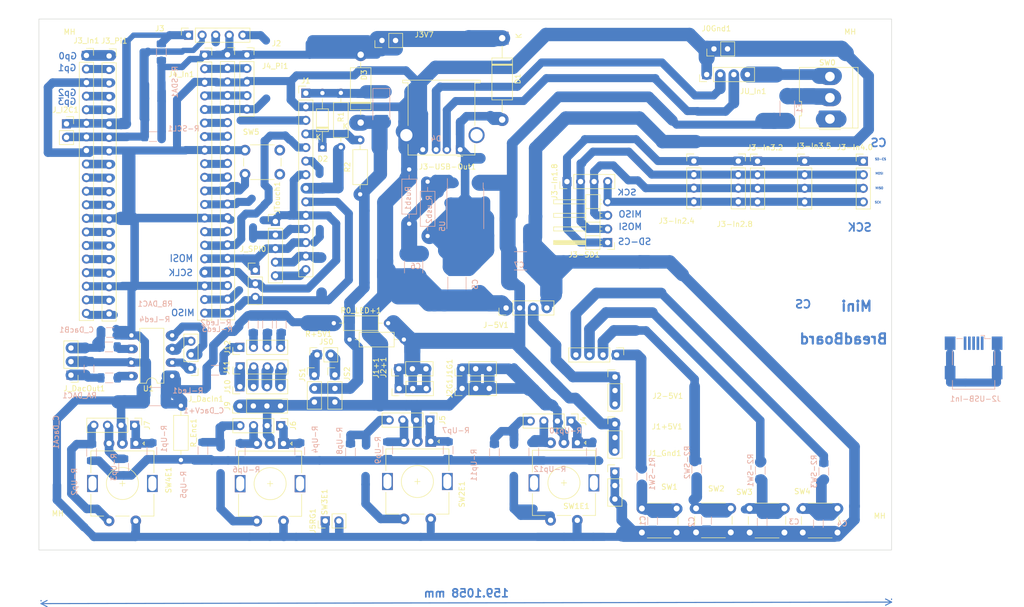
<source format=kicad_pcb>
(kicad_pcb (version 20240108) (generator "pcbnew") (generator_version "8.0")
  (layers (0 "F.Cu" signal) (31 "B.Cu" signal) (34 "B.Paste" user) (35 "F.Paste" user) (36 "B.SilkS" user "B.Silkscreen") (37 "F.SilkS" user "F.Silkscreen") (38 "B.Mask" user) (39 "F.Mask" user) (44 "Edge.Cuts" user))
  (net 0 "")
  (net 1 "Net-(J1-Pin_5)")
  (net 2 "Net-(J3-In1.8-Pin_1)")
  (net 3 "Net-(J3-In1.8-Pin_2)")
  (net 4 "Net-(J3-In1.8-Pin_3)")
  (net 5 "GND")
  (net 6 "Net-(D2-A)")
  (net 7 "Net-(D1-K)")
  (net 8 "Net-(C1-Pad1)")
  (net 9 "Net-(C2-Pad1)")
  (net 10 "Net-(C3-Pad1)")
  (net 11 "Net-(C4-Pad1)")
  (net 12 "Net-(J8-Pin_2)")
  (net 13 "Net-(J8-Pin_3)")
  (net 14 "Net-(J8-Pin_4)")
  (net 15 "Net-(J10-Pin_1)")
  (net 16 "Net-(J10-Pin_2)")
  (net 17 "Net-(J10-Pin_3)")
  (net 18 "Net-(J10-Pin_4)")
  (net 19 "Net-(U1-Vdd)")
  (net 20 "Net-(J12-Pin_3)")
  (net 21 "Net-(J12-Pin_4)")
  (net 22 "Net-(J12-Pin_1)")
  (net 23 "Net-(J1-Pin_3)")
  (net 24 "Net-(J1-Pin_10)")
  (net 25 "Net-(J1-Pin_11)")
  (net 26 "Net-(J1-Pin_12)")
  (net 27 "Net-(J1-Pin_13)")
  (net 28 "Net-(J1-Pin_14)")
  (net 29 "Net-(J_DacOut1-Pin_1)")
  (net 30 "Net-(J_DacIn1-Pin_1)")
  (net 31 "Net-(J_DacIn1-Pin_2)")
  (net 32 "Net-(J_DacIn1-Pin_3)")
  (net 33 "Net-(U1-VA)")
  (net 34 "Net-(U1-VB)")
  (net 35 "Net-(J4-Pin_3)")
  (net 36 "Net-(J6-Pin_3)")
  (net 37 "Net-(J_DacOut1-Pin_3)")
  (net 38 "Net-(J7-Pin_3)")
  (net 39 "Net-(U5-ADJ)")
  (net 40 "Net-(D1-A)")
  (net 46 "unconnected-(J2-USB-In1-Shield-Pad6)")
  (net 47 "Net-(J3-USB-Out1-D-)")
  (net 48 "Net-(J3-USB-Out1-D+)")
  (net 49 "Net-(JU_In1-Pin_4)")
  (net 50 "Net-(J12-Pin_2)")
  (net 51 "Net-(J3-In1.8-Pin_4)")
  (net 52 "Net-(J7-Pin_1)")
  (net 53 "Net-(J4-Pin_1)")
  (net 54 "Net-(J6-Pin_1)")
  (net 55 "Net-(J3-Pin_2)")
  (net 56 "Net-(J1-Pin_8)")
  (net 57 "Net-(J3_In1-Pin_12)")
  (net 58 "Net-(J3-Pin_1)")
  (net 59 "Net-(J3_In1-Pin_19)")
  (net 60 "Net-(J3_In1-Pin_5)")
  (net 61 "Net-(J3_In1-Pin_15)")
  (net 62 "Net-(J3_In1-Pin_14)")
  (net 63 "Net-(J3_In1-Pin_17)")
  (net 64 "Net-(J3_In1-Pin_9)")
  (net 65 "Net-(J3_In1-Pin_11)")
  (net 66 "Net-(J3_In1-Pin_4)")
  (net 67 "Net-(J3_In1-Pin_2)")
  (net 68 "Net-(J3_In1-Pin_20)")
  (net 69 "Net-(J3_In1-Pin_10)")
  (net 70 "Net-(J3_In1-Pin_1)")
  (net 71 "Net-(J3_In1-Pin_16)")
  (net 72 "Net-(J4_In1-Pin_14)")
  (net 73 "Net-(J4_In1-Pin_10)")
  (net 74 "Net-(J4_In1-Pin_11)")
  (net 75 "Net-(SW0-B)")
  (net 76 "Net-(J4_In1-Pin_9)")
  (net 77 "unconnected-(SW0-A-Pad1)")
  (net 78 "Net-(J4_In1-Pin_6)")
  (net 79 "Net-(J-5V1-Pin_2)")
  (net 80 "Net-(J-5V1-Pin_3)")
  (net 81 "Net-(D3-K)")
  (net 82 "Net-(J8-Pin_1)")
  (net 83 "Net-(D2-K)")
  (net 84 "Net-(J5-Pin_4)")
  (net 85 "Net-(J5-Pin_1)")
  (net 86 "Net-(J5-Pin_3)")
  (net 87 "Net-(J4-Pin_4)")
  (net 88 "Net-(J6-Pin_4)")
  (net 89 "Net-(J7-Pin_4)")
  (net 90 "Net-(J4_In1-Pin_7)")
  (net 91 "Net-(J2-Pin_4)")
  (net 92 "Net-(J2-Pin_5)")
  (net 93 "Net-(J2-Pin_2)")
  (net 94 "Net-(JS0-Pin_1)")
  (net 95 "Net-(JS0-Pin_2)")
  (net 96 "Net-(R-Up1-Pad2)")
  (footprint "Rotary_Encoder:RotaryEncoder_Alps_EC11E-Switch_Vertical_H20mm" (layer "F.Cu") (at 100.8126 93.599 -90)
    (property "Reference" "SW2E1")
    (property "Value" "Enc2")
  )
  (footprint "Connector_PinHeader_2.54mm:PinHeader_1x04_P2.54mm_Vertical" (layer "F.Cu") (at 135.5852 77.4192 -90)
    (property "Reference" "J8" (hide yes))
    (property "Value" "But_Switch")
  )
  (footprint "Connector_PinHeader_2.54mm:PinHeader_1x02_P2.54mm_Vertical" (layer "F.Cu") (at 81.0768 108.4686 90)
    (property "Reference" "J5RG1")
    (property "Value" "GndPoint")
  )
  (footprint "Connector_PinHeader_2.54mm:PinHeader_1x04_P2.54mm_Vertical" (layer "F.Cu") (at 152.4354 24.9682 90)
    (property "Reference" "JU_In1")
    (property "Value" "USB_C")
  )
  (footprint "Connector_PinHeader_2.54mm:PinHeader_1x03_P2.54mm_Vertical" (layer "F.Cu") (at 106.68 83.693 90)
    (property "Reference" "J2G1")
    (property "Value" "Gnd")
  )
  (footprint "Connector_PinHeader_2.54mm:PinHeader_1x04_P2.54mm_Vertical" (layer "F.Cu") (at 127.0508 89.789 -90)
    (property "Reference" "J4")
    (property "Value" "Enc/Sw/Poti")
  )
  (footprint "Rotary_Encoder:RotaryEncoder_Alps_EC11E-Switch_Vertical_H20mm" (layer "F.Cu") (at 73.2644 94.0054 -90)
    (property "Reference" "SW3E1")
    (property "Value" "Enc3")
  )
  (footprint "Connector_PinHeader_2.54mm:PinHeader_1x03_P2.54mm_Vertical" (layer "F.Cu") (at 79.0448 81.153)
    (property "Reference" "JS1")
    (property "Value" "Servo_1-3")
  )
  (footprint "Connector_PinHeader_2.54mm:PinHeader_1x03_P2.54mm_Vertical" (layer "F.Cu") (at 106.68 80.01 90)
    (property "Reference" "J1G1")
    (property "Value" "Gnd")
  )
  (footprint "Resistor_THT:R_Axial_DIN0207_L6.3mm_D2.5mm_P10.16mm_Horizontal" (layer "F.Cu") (at 82.677 71.4756)
    (property "Reference" "R0_LED+1")
    (property "Value" "0")
  )
  (footprint "Connector_PinHeader_2.54mm:PinHeader_1x03_P2.54mm_Vertical" (layer "F.Cu") (at 82.8802 81.153)
    (property "Reference" "JS2")
    (property "Value" "Servo_1-3")
  )
  (footprint "Connector_PinSocket_2.54mm:PinSocket_1x02_P2.54mm_Vertical" (layer "F.Cu") (at 32.6644 34.1884)
    (property "Reference" "J_I2C1")
    (property "Value" "I2C")
  )
  (footprint "Connector_PinHeader_2.54mm:PinHeader_1x04_P2.54mm_Vertical" (layer "F.Cu") (at 72.7456 90.6526 -90)
    (property "Reference" "J6")
    (property "Value" "Enc/Sw/Poti")
  )
  (footprint "Connector_PinHeader_2.54mm:PinHeader_1x04_P2.54mm_Vertical" (layer "F.Cu") (at 181.737 41.1734)
    (property "Reference" "J3-In4.0")
    (property "Value" "TFT_SD-4.0")
  )
  (footprint "Connector_PinHeader_2.54mm:PinHeader_1x04_P2.54mm_Vertical" (layer "F.Cu") (at 161.9504 41.1734)
    (property "Reference" "J3-In3.2")
    (property "Value" "TFT_SD-3.2")
  )
  (footprint "Connector_PinHeader_2.54mm:PinHeader_1x04_P2.54mm_Vertical" (layer "F.Cu") (at 65.151 79.6544 90)
    (property "Reference" "J11")
    (property "Value" "LED_on")
  )
  (footprint "Diode_THT:D_DO-15_P12.70mm_Horizontal" (layer "F.Cu") (at 87.7062 33.9598 90)
    (property "Reference" "D3")
    (property "Value" "D_Schottky")
  )
  (footprint "Connector_PinHeader_2.54mm:PinHeader_1x04_P2.54mm_Vertical" (layer "F.Cu") (at 65.1102 83.3628 90)
    (property "Reference" "J10")
    (property "Value" "LED_+")
  )
  (footprint "Connector_PinSocket_2.54mm:PinSocket_1x05_P2.54mm_Vertical" (layer "F.Cu") (at 55.499 17.6022 90)
    (property "Reference" "J3")
    (property "Value" "I2C")
  )
  (footprint "Resistor_THT:R_Axial_DIN0207_L6.3mm_D2.5mm_P10.16mm_Horizontal" (layer "F.Cu") (at 54.0766 86.9188 -90)
    (property "Reference" "R_Enc1")
    (property "Value" "1k")
  )
  (footprint "Connector_PinSocket_2.54mm:PinSocket_1x20_P2.54mm_Vertical" (layer "F.Cu") (at 36.3952 21.3914)
    (property "Reference" "J3_In1")
    (property "Value" "In_0_15")
  )
  (footprint "Connector_PinHeader_2.54mm:PinHeader_1x04_P2.54mm_Vertical" (layer "F.Cu") (at 45.4152 90.5764 -90)
    (property "Reference" "J7")
    (property "Value" "Enc/Sw/Poti")
  )
  (footprint "MountingHole:MountingHole_2.2mm_M2_DIN965" (layer "F.Cu") (at 30.3784 19.05)
    (property "Reference" "MH")
    (property "Value" "MH_2.2")
  )
  (footprint "Connector_PinHeader_2.54mm:PinHeader_1x02_P2.54mm_Vertical" (layer "F.Cu") (at 153.792 20.1676 90)
    (property "Reference" "J0Gnd1")
    (property "Value" "0V/Gnd")
  )
  (footprint "Connector_PinSocket_2.54mm:PinSocket_1x20_P2.54mm_Vertical" (layer "F.Cu") (at 40.64 21.4884)
    (property "Reference" "J3_Pi1")
    (property "Value" "PI_0-15")
  )
  (footprint "Connector_PinHeader_2.54mm:PinHeader_1x04_P2.54mm_Vertical" (layer "F.Cu") (at 65.1102 75.9968 90)
    (property "Reference" "J12")
    (property "Value" "LED_Pow")
  )
  (footprint "Connector_USB:USB_A_Stewart_SS-52100-001_Horizontal" (layer "F.Cu") (at 106.3192 39.01 180)
    (property "Reference" "J3-USB-Out1")
    (property "Value" "USB_A")
  )
  (footprint "Connector_PinHeader_2.54mm:PinHeader_1x05_P2.54mm_Vertical" (layer "F.Cu") (at 71.755 52.451)
    (property "Reference" "JTouch1")
    (property "Value" "SPI")
  )
  (footprint "Connector_PinHeader_2.54mm:PinHeader_1x04_P2.54mm_Vertical" (layer "F.Cu") (at 150.0378 41.148)
    (property "Reference" "J3-In2.4")
    (property "Value" "TFT_SD-2.4")
  )
  (footprint "Button_Switch_THT:SW_PUSH_6mm_H7.3mm" (layer "F.Cu") (at 176.9086 110.6466 180)
    (property "Reference" "SW4")
    (property "Value" "SW_Push")
  )
  (footprint "Connector_PinHeader_2.54mm:PinHeader_1x14_P2.54mm_Vertical" (layer "F.Cu") (at 77.4446 28.458)
    (property "Reference" "J1")
    (property "Value" "TFT_ILI9")
  )
  (footprint "Button_Switch_THT:SW_PUSH_6mm_H7.3mm" (layer "F.Cu") (at 166.9772 110.6466 180)
    (property "Reference" "SW3")
    (property "Value" "SW_Push")
  )
  (footprint "Resistor_THT:R_Axial_DIN0207_L6.3mm_D2.5mm_P10.16mm_Horizontal" (layer "F.Cu") (at 95.7834 74.549 180)
    (property "Reference" "R+5V1")
    (property "Value" "0" (hide yes))
  )
  (footprint "Connector_PinHeader_2.54mm:PinHeader_1x03_P2.54mm_Vertical" (layer "F.Cu") (at 67.9958 61.5696)
    (property "Reference" "J_SPI0")
    (property "Value" "MOSI,SCKL,MISO")
  )
  (footprint "Connector_PinSocket_2.54mm:PinSocket_1x20_P2.54mm_Vertical" (layer "F.Cu") (at 58.5216 21.336)
    (property "Reference" "J4_In1")
    (property "Value" "In_VBUS_16")
  )
  (footprint "Connector_PinSocket_2.54mm:PinSocket_1x04_P2.54mm_Vertical" (layer "F.Cu") (at 158.3436 41.148)
    (property "Reference" "J3-In2.8")
    (property "Value" "TFT_SD_2.8")
  )
  (footprint "Connector_PinHeader_2.54mm:PinHeader_1x04_P2.54mm_Horizontal" (layer "F.Cu") (at 133.9088 56.388 180)
    (property "Reference" "J3-SD1")
    (property "Value" "TFT_SD")
  )
  (footprint "Button_Switch_THT:SW_PUSH_6mm_H7.3mm" (layer "F.Cu") (at 72.5678 43.6118 180)
    (property "Reference" "SW5")
    (property "Value" "Reset")
  )
  (footprint "Connector_Molex:Molex_KK-396_5273-03A_1x03_P3.96mm_Vertical" (layer "F.Cu") (at 175.4886 33.2692 90)
    (property "Reference" "SW0")
    (property "Value" "SW_SPDT")
  )
  (footprint "Diode_THT:D_DO-35_SOD27_P10.16mm_Horizontal" (layer "F.Cu") (at 80.5434 38.5826 90)
    (property "Reference" "D2")
    (property "Value" "ZPD3V3")
  )
  (footprint "Connector_PinHeader_2.54mm:PinHeader_1x03_P2.54mm_Vertical" (layer "F.Cu") (at 94.8944 83.7184 90)
    (property "Reference" "J1+1")
    (property "Value" "+5V")
  )
  (footprint "Button_Switch_THT:SW_PUSH_6mm_H7.3mm" (layer "F.Cu") (at 146.812 110.6466 180)
    (property "Reference" "SW1")
    (property "Value" "SW_Push")
  )
  (footprint "Connector_PinHeader_2.54mm:PinHeader_1x04_P2.54mm_Vertical" (layer "F.Cu") (at 100.6602 89.6112 -90)
    (property "Reference" "J5")
    (property "Value" "Enc/Sw/Poti")
  )
  (footprint "Diode_THT:D_DO-15_P15.24mm_Horizontal" (layer "F.Cu") (at 114.173 18.161 -90)
    (property "Reference" "D1")
    (property "Value" "D_Schottky")
  )
  (footprint "Connector_PinSocket_2.54mm:PinSocket_1x02_P2.54mm_Vertical" (layer "F.Cu") (at 79.5474 77.3942 90)
    (property "Reference" "JS0")
    (property "Value" "Servo_IN")
  )
  (footprint "Connector_PinSocket_2.54mm:PinSocket_1x20_P2.54mm_Vertical" (layer "F.Cu") (at 62.7888 21.2598)
    (property "Reference" "J4_Pi1")
    (property "Value" "VBUS-16")
  )
  (footprint "Connector_PinHeader_2.54mm:PinHeader_1x03_P2.54mm_Vertical" (layer "F.Cu") (at 55.9562 79.9338 180)
    (property "Reference" "J_DacIn1")
    (property "Value" "SCK,SDI,CS")
  )
  (footprint "Connector_PinHeader_2.54mm:PinHeader_1x04_P2.54mm_Vertical" (layer "F.Cu") (at 126.2988 44.9896 90)
    (property "Reference" "J3-In1.8")
    (property "Value" "TFT_SD-1.8")
  )
  (footprint "Connector_PinHeader_2.54mm:PinHeader_1x03_P2.54mm_Vertical" (layer "F.Cu") (at 33.5026 81.2038 180)
    (property "Reference" "J_DacOut1")
    (property "Value" "Out_A,Out_B,Gnd")
  )
  (footprint "Connector_PinHeader_2.54mm:PinHeader_1x03_P2.54mm_Vertical" (layer "F.Cu") (at 135.2804 90.3374)
    (property "Reference" "J1+5V1")
    (property "Value" "+5V")
  )
  (footprint "Rotary_Encoder:RotaryEncoder_Alps_EC11E-Switch_Vertical_H20mm" (layer "F.Cu") (at 45.6292 93.969 -90)
    (property "Reference" "SW4E1")
    (property "Value" "Enc4")
  )
  (footprint "Connector_PinSocket_2.54mm:PinSocket_1x05_P2.54mm_Vertical" (layer "F.Cu") (at 66.421 21.2852)
    (property "Reference" "J2")
    (property "Value" "Power")
  )
  (footprint "MountingHole:MountingHole_2.2mm_M2_DIN965" (layer "F.Cu") (at 183.642 110.6932)
    (property "Reference" "MH")
    (property "Value" "MH_2.2")
  )
  (footprint "Resistor_THT:R_Axial_DIN0207_L6.3mm_D2.5mm_P10.16mm_Horizontal" (layer "F.Cu") (at 87.6046 47.371 90)
    (property "Reference" "R2")
    (property "Value" "1k")
  )
  (footprint "Connector_PinHeader_2.54mm:PinHeader_1x03_P2.54mm_Vertical" (layer "F.Cu") (at 135.255 99.314)
    (property "Reference" "J1_Gnd1")
    (property "Value" "Gnd")
  )
  (footprint "Rotary_Encoder:RotaryEncoder_Alps_EC11E-Switch_Vertical_H20mm" (layer "F.Cu") (at 128.23 93.853 -90)
    (property "Reference" "SW1E1")
    (property "Value" "Enc1")
  )
  (footprint "Connector_PinHeader_2.54mm:PinHeader_1x03_P2.54mm_Vertical" (layer "F.Cu") (at 135.2804 81.534)
    (property "Reference" "J2-5V1")
    (property "Value" "-5V")
  )
  (footprint "Connector_PinHeader_2.54mm:PinHeader_1x04_P2.54mm_Vertical" (layer "F.Cu") (at 65.0848 86.9696 90)
    (property "Reference" "J9")
    (property "Value" "LED_Gnd")
  )
  (footprint "Button_Switch_THT:SW_PUSH_6mm_H7.3mm" (layer "F.Cu") (at 156.9442 110.6212 180)
    (property "Reference" "SW2")
    (property "Value" "SW_Push")
  )
  (footprint "Resistor_THT:R_Axial_DIN0207_L6.3mm_D2.5mm_P10.16mm_Horizontal" (layer "F.Cu") (at 83.9978 28.3972 -90)
    (property "Reference" "R1")
    (property "Value" "51")
  )
  (footprint "Connector_PinHeader_2.54mm:PinHeader_1x04_P2.54mm_Vertical" (layer "F.Cu") (at 170.7642 41.1734)
    (property "Reference" "J3-In3.5")
    (property "Value" "TFT_SD-3.5")
  )
  (footprint "Connector_PinHeader_2.54mm:PinHeader_1x04_P2.54mm_Vertical" (layer "F.Cu") (at 114.9096 68.6308 90)
    (property "Reference" "J-5V1")
    (property "Value" "TPS60403")
  )
  (footprint "Connector_PinHeader_2.54mm:PinHeader_1x03_P2.54mm_Vertical" (layer "F.Cu") (at 94.8436 80.01 90)
    (property "Reference" "J2+1")
    (property "Value" "+5V")
  )
  (footprint "MountingHole:MountingHole_2.2mm_M2_DIN965" (layer "F.Cu") (at 30.7848 110.744)
    (property "Reference" "MH")
    (property "Value" "MH_2.2")
  )
  (footprint "Connector_PinHeader_2.54mm:PinHeader_1x02_P2.54mm_Vertical" (layer "F.Cu") (at 91.689 18.5928 90)
    (property "Reference" "J3V7")
    (property "Value" "+3.7V")
  )
  (footprint "Package_DIP:DIP-8_W7.62mm_LongPads" (layer "F.Cu") (at 52.438 81.3816 180)
    (property "Reference" "U1")
    (property "Value" "MCP4822" (hide yes))
  )
  (footprint "MountingHole:MountingHole_2.2mm_M2_DIN965" (layer "F.Cu") (at 183.0832 18.4404)
    (property "Reference" "MH")
    (property "Value" "MH_2.2")
  )
  (footprint "Capacitor_SMD:C_1812_4532Metric_Pad1.57x3.40mm_HandSolder" (layer "B.Cu") (at 117.602 59.817)
    (property "Reference" "C7")
    (property "Value" "10µ")
  )
  (footprint "Diode_SMD:D_2010_5025Metric_Pad1.52x2.65mm_HandSolder" (layer "B.Cu") (at 91.567 30.9379 -90)
    (property "Reference" "D4")
    (property "Value" "1N4001")
  )
  (footprint "Resistor_SMD:R_1206_3216Metric_Pad1.30x1.75mm_HandSolder" (layer "B.Cu") (at 85.8012 95.5802 -90)
    (property "Reference" "R-Up8")
    (property "Value" "4k7")
  )
  (footprint "Resistor_SMD:R_1206_3216Metric_Pad1.30x1.75mm_HandSolder" (layer "B.Cu") (at 92.7608 95.2246 -90)
    (property "Reference" "R-Up9")
    (property "Value" "4k7")
  )
  (footprint "Resistor_SMD:R_1206_3216Metric_Pad1.30x1.75mm_HandSolder" (layer "B.Cu") (at 65.1764 95.4538 -90)
    (property "Reference" "R-Up6")
    (property "Value" "4k7")
  )
  (footprint "Resistor_SMD:R_1206_3216Metric_Pad1.30x1.75mm_HandSolder" (layer "B.Cu") (at 112.7252 95.6558 -90)
    (property "Reference" "R-Up11")
    (property "Value" "4k7")
  )
  (footprint "Resistor_SMD:R_1206_3216Metric_Pad1.30x1.75mm_HandSolder" (layer "B.Cu") (at 40.627 75.9206 180)
    (property "Reference" "RB_DAC1")
    (property "Value" "4.7k")
  )
  (footprint "Resistor_SMD:R_1206_3216Metric_Pad1.30x1.75mm_HandSolder" (layer "B.Cu") (at 48.641 95.4024 -90)
    (property "Reference" "R-Up1")
    (property "Value" "4k7")
  )
  (footprint "Resistor_SMD:R_1206_3216Metric_Pad1.30x1.75mm_HandSolder" (layer "B.Cu") (at 58.1914 95.3008 -90)
    (property "Reference" "R-Up5")
    (property "Value" "4k7")
  )
  (footprint "Resistor_SMD:R_1206_3216Metric_Pad1.30x1.75mm_HandSolder" (layer "B.Cu") (at 120.0912 95.5548 -90)
    (property "Reference" "R-Up12")
    (property "Value" "4k7")
  )
  (footprint "Resistor_SMD:R_1206_3216Metric_Pad1.30x1.75mm_HandSolder" (layer "B.Cu") (at 67.6148 71.7302 -90)
    (property "Reference" "R-Led2")
    (property "Value" "1k")
  )
  (footprint "Capacitor_SMD:C_1206_3216Metric_Pad1.33x1.80mm_HandSolder" (layer "B.Cu") (at 152.4 108.4072 -90)
    (property "Reference" "C2")
    (property "Value" "10n")
  )
  (footprint "Resistor_SMD:R_1206_3216Metric_Pad1.30x1.75mm_HandSolder" (layer "B.Cu") (at 174.3456 99.2124 -90)
    (property "Reference" "R2-SW3")
    (property "Value" "2.2k")
  )
  (footprint "Capacitor_SMD:C_1206_3216Metric_Pad1.33x1.80mm_HandSolder" (layer "B.Cu") (at 142.3186 108.4728 -90)
    (property "Reference" "C1")
    (property "Value" "10n")
  )
  (footprint "Capacitor_SMD:C_1812_4532Metric_Pad1.57x3.40mm_HandSolder" (layer "B.Cu") (at 49.1744 85.217 180)
    (property "Reference" "C_DacV+1")
    (property "Value" "5µ")
  )
  (footprint "Resistor_THT:R_Axial_DIN0207_L6.3mm_D2.5mm_P10.16mm_Horizontal" (layer "B.Cu") (at 100.2284 45.0088 -90)
    (property "Reference" "R_usb2")
    (property "Value" "240")
  )
  (footprint "Resistor_SMD:R_1206_3216Metric_Pad1.30x1.75mm_HandSolder" (layer "B.Cu") (at 50.419 20.7772 90)
    (property "Reference" "R-SDA1")
    (property "Value" "4k7")
  )
  (footprint "Resistor_SMD:R_1206_3216Metric_Pad1.30x1.75mm_HandSolder" (layer "B.Cu") (at 60.452 80.2894)
    (property "Reference" "R-Led1")
    (property "Value" "1k")
  )
  (footprint "Resistor_SMD:R_1206_3216Metric_Pad1.30x1.75mm_HandSolder" (layer "B.Cu") (at 130.8608 95.5802 -90)
    (property "Reference" "R-Up10")
    (property "Value" "4k7")
  )
  (footprint "Capacitor_SMD:C_1812_4532Metric_Pad1.57x3.40mm_HandSolder" (layer "B.Cu") (at 105.7148 64.008 -90)
    (property "Reference" "C5")
    (property "Value" "10µ")
  )
  (footprint "Package_TO_SOT_SMD:ATPAK-2" (layer "B.Cu") (at 107.2778 50.1659 -90)
    (property "Reference" "U5")
    (property "Value" "MCP33269AJG DPAK")
  )
  (footprint "Capacitor_SMD:C_1206_3216Metric_Pad1.33x1.80mm_HandSolder" (layer "B.Cu") (at 36.8808 80.01 90)
    (property "Reference" "C_DacA1")
    (property "Value" "10n")
  )
  (footprint "Resistor_SMD:R_1206_3216Metric_Pad1.30x1.75mm_HandSolder" (layer "B.Cu") (at 76.3016 95.4024 -90)
    (property "Reference" "R-Up4")
    (property "Value" "4k7")
  )
  (footprint "Resistor_SMD:R_1206_3216Metric_Pad1.30x1.75mm_HandSolder" (layer "B.Cu") (at 104.0638 95.2246 -90)
    (property "Reference" "R-Up7")
    (property "Value" "4k7")
  )
  (footprint "Resistor_THT:R_Axial_DIN0207_L6.3mm_D2.5mm_P10.16mm_Horizontal" (layer "B.Cu") (at 96.774 42.7228 -90)
    (property "Reference" "Rusb1")
    (property "Value" "475")
  )
  (footprint "Capacitor_SMD:C_1206_3216Metric_Pad1.33x1.80mm_HandSolder" (layer "B.Cu") (at 40.8432 73.2282)
    (property "Reference" "C_DacB1")
    (property "Value" "10n")
  )
  (footprint "Resistor_SMD:R_1206_3216Metric_Pad1.30x1.75mm_HandSolder" (layer "B.Cu") (at 37.3634 95.6564 -90)
    (property "Reference" "R-Up2")
    (property "Value" "4k7")
  )
  (footprint "Resistor_SMD:R_1206_3216Metric_Pad1.30x1.75mm_HandSolder" (layer "B.Cu") (at 43.3578 98.3996 -90)
    (property "Reference" "R-Up3")
    (property "Value" "4k7")
  )
  (footprint "Fuse:Fuse_2010_5025Metric_Pad1.52x2.65mm_HandSolder" (layer "B.Cu") (at 167.513 31.2928 90)
    (property "Reference" "F1")
    (property "Value" "500mA")
  )
  (footprint "Resistor_SMD:R_1206_3216Metric_Pad1.30x1.75mm_HandSolder" (layer "B.Cu") (at 162.4584 99.034 -90)
    (property "Reference" "R2-SW1")
    (property "Value" "2.2k")
  )
  (footprint "Resistor_SMD:R_1206_3216Metric_Pad1.30x1.75mm_HandSolder" (layer "B.Cu") (at 140.3096 100.1776 -90)
    (property "Reference" "R1-SW1")
    (property "Value" "2.2k")
  )
  (footprint "Resistor_SMD:R_1206_3216Metric_Pad1.30x1.75mm_HandSolder" (layer "B.Cu") (at 72.8472 71.7042 -90)
    (property "Reference" "R-Led4")
    (property "Value" "1k")
  )
  (footprint "Resistor_SMD:R_1206_3216Metric_Pad1.30x1.75mm_HandSolder" (layer "B.Cu") (at 40.6654 81.7118 180)
    (property "Reference" "RA_DAC1")
    (property "Value" "4.7k")
  )
  (footprint "Capacitor_SMD:C_1812_4532Metric_Pad1.57x3.40mm_HandSolder" (layer "B.Cu") (at 97.6122 60.9307 -90)
    (property "Reference" "C6")
    (property "Value" "10µ")
  )
  (footprint "Capacitor_SMD:C_1206_3216Metric_Pad1.33x1.80mm_HandSolder" (layer "B.Cu") (at 173.3308 108.9774 -90)
    (property "Reference" "C4")
    (property "Value" "10n")
  )
  (footprint "Resistor_SMD:R_1206_3216Metric_Pad1.30x1.75mm_HandSolder" (layer "B.Cu") (at 70.2818 71.7042 -90)
    (property "Reference" "R-Led3")
    (property "Value" "1k")
  )
  (footprint "Capacitor_SMD:C_1206_3216Metric_Pad1.33x1.80mm_HandSolder" (layer "B.Cu") (at 162.814 108.6612 -90)
    (property "Reference" "C3")
    (property "Value" "10n")
  )
  (footprint "Connector_USB:USB_Mini-B_Wuerth_65100516121_Horizontal" (layer "B.Cu") (at 202.3716 77.8256 180)
    (property "Reference" "J2-USB-In1")
    (property "Value" "USB_B_Mini")
  )
  (footprint "Resistor_SMD:R_1206_3216Metric_Pad1.30x1.75mm_HandSolder" (layer "B.Cu") (at 48.8442 36.576 180)
    (property "Reference" "R-SCL1")
    (property "Value" "4k7")
  )
  (footprint "Resistor_SMD:R_1206_3216Metric_Pad1.30x1.75mm_HandSolder" (layer "B.Cu") (at 150.5712 98.806 -90)
    (property "Reference" "R2-SW2")
    (property "Value" "2.2k")
  )
  (gr_rect (start 27.5082 14.5796) (end 187.0202 113.919) (stroke (width 0.1)) (fill none) (layer "Edge.Cuts"))
  (gr_text "MISO" (at 56.7436 70.231 0) (layer "B.Cu") (effects (font (size 1.2 1.2) (thickness 0.2) (bold yes)) (justify left bottom mirror)))
  (gr_text "MOSI" (at 140.4366 54.1274 0) (layer "B.Cu") (effects (font (size 1.2 1.2) (thickness 0.2) (bold yes)) (justify left bottom mirror)))
  (gr_text "SCLK" (at 56.4134 62.738 0) (layer "B.Cu") (effects (font (size 1.2 1.2) (thickness 0.2) (bold yes)) (justify left bottom mirror)))
  (gr_text "Gp2" (at 34.6456 29.0576 0) (layer "B.Cu") (effects (font (size 1.2 1.2) (thickness 0.2) (bold yes)) (justify left bottom mirror)))
  (gr_text "SCK" (at 183.8198 49.0982 0) (layer "B.Cu") (effects (font (size 0.4 0.4) (thickness 0.1) (bold yes)) (justify left bottom)))
  (gr_text "CS" (at 172.1358 68.8086 0) (layer "B.Cu") (effects (font (size 1.5 1.5) (thickness 0.3) (bold yes)) (justify left bottom mirror)))
  (gr_text "Gp3" (at 34.6202 30.7086 0) (layer "B.Cu") (effects (font (size 1.2 1.2) (thickness 0.2) (bold yes)) (justify left bottom mirror)))
  (gr_text "SCK" (at 139.4206 47.6504 0) (layer "B.Cu") (effects (font (size 1.1 1.2) (thickness 0.2) (bold yes)) (justify left bottom mirror)))
  (gr_text "MISO" (at 140.4366 51.7906 0) (layer "B.Cu") (effects (font (size 1.2 1.2) (thickness 0.2) (bold yes)) (justify left bottom mirror)))
  (gr_text "CS" (at 186.2582 38.608 0) (layer "B.Cu") (effects (font (size 1.5 1.5) (thickness 0.3) (bold yes)) (justify left bottom mirror)))
  (gr_text "MOSI" (at 183.9468 43.688 0) (layer "B.Cu") (effects (font (size 0.4 0.4) (thickness 0.1) (bold yes)) (justify left bottom)))
  (gr_text "Gp0" (at 34.7472 22.1996 0) (layer "B.Cu") (effects (font (size 1.2 1.2) (thickness 0.2) (bold yes)) (justify left bottom mirror)))
  (gr_text "  Mini\n\nBreadBoard" (at 186.4868 75.5396 0) (layer "B.Cu") (effects (font (size 1.9 1.9) (thickness 0.4) (bold yes)) (justify left bottom mirror)))
  (gr_text "SD-CS" (at 142.1638 56.9214 0) (layer "B.Cu") (effects (font (size 1.2 1.2) (thickness 0.2) (bold yes)) (justify left bottom mirror)))
  (gr_text "SD-CS" (at 183.8706 41.021 0) (layer "B.Cu") (effects (font (size 0.4 0.4) (thickness 0.1) (bold yes)) (justify left bottom)))
  (gr_text "MOSI" (at 56.4642 60.1218 0) (layer "B.Cu") (effects (font (size 1.3 1.2) (thickness 0.2) (bold yes)) (justify left bottom mirror)))
  (gr_text "MISO" (at 183.9468 46.4312 0) (layer "B.Cu") (effects (font (size 0.4 0.4) (thickness 0.1) (bold yes)) (justify left bottom)))
  (gr_text "SCK" (at 183.4642 54.4322 0) (layer "B.Cu") (effects (font (size 1.5 1.5) (thickness 0.3) (bold yes)) (justify left bottom mirror)))
  (gr_text "Gp1" (at 34.6202 24.4094 0) (layer "B.Cu") (effects (font (size 1.2 1.2) (thickness 0.2) (bold yes)) (justify left bottom mirror)))
  (dimension (type aligned) (layer "B.Cu") (pts (xy 27.9146 123.952) (xy 187.0202 123.6726)) (height -0.012484) (gr_text "159,1058 mm" (at 107.464217 121.999819 0.1006150905) (layer "B.Cu") (effects (font (size 1.5 1.5) (thickness 0.3)) (justify mirror))) (format (prefix "") (suffix "") (units 3) (units_format 1) (precision 4)) (style (thickness 0.2) (arrow_length 1.27) (text_position_mode 0) (extension_height 0.58642) (extension_offset 0.5) keep_text_aligned))
  (segment (start 70.485 48.514) (end 69.6976 49.3014) (width 1.5) (layer "B.Cu") (net 1))
  (segment (start 70.7898 36.3982) (end 73.533 36.3982) (width 1.5) (layer "B.Cu") (net 1))
  (segment (start 74.5236 37.1602) (end 74.3966 37.1602) (width 1.5) (layer "B.Cu") (net 1))
  (segment (start 77.4446 38.618) (end 75.9814 38.618) (width 1.5) (layer "B.Cu") (net 1))
  (segment (start 68.0956 50.9796) (end 66.2432 50.9796) (width 1.5) (layer "B.Cu") (net 1))
  (segment (start 70.485 46.3296) (end 70.485 48.514) (width 1.5) (layer "B.Cu") (net 1))
  (segment (start 58.6994 56.9722) (end 62.7888 56.9722) (width 1.6) (layer "B.Cu") (net 1))
  (segment (start 69.6976 49.3776) (end 68.0956 50.9796) (width 1.5) (layer "B.Cu") (net 1))
  (segment (start 74.3966 37.1602) (end 73.5838 36.3474) (width 1.5) (layer "B.Cu") (net 1))
  (segment (start 69.6976 49.3014) (end 69.6976 49.3776) (width 1.5) (layer "B.Cu") (net 1))
  (segment (start 66.2432 50.9796) (end 65.3542 51.8686) (width 1.5) (layer "B.Cu") (net 1))
  (segment (start 69.723 45.5676) (end 70.485 46.3296) (width 1.5) (layer "B.Cu") (net 1))
  (segment (start 65.3542 51.8686) (end 65.3542 55.753) (width 1.5) (layer "B.Cu") (net 1))
  (segment (start 65.3542 55.753) (end 64.2366 56.8706) (width 1.5) (layer "B.Cu") (net 1))
  (segment (start 75.9814 38.618) (end 74.5236 37.1602) (width 1.5) (layer "B.Cu") (net 1))
  (segment (start 73.533 36.3982) (end 73.5838 36.3474) (width 1.5) (layer "B.Cu") (net 1))
  (segment (start 69.8246 37.3634) (end 69.723 37.3634) (width 1.5) (layer "B.Cu") (net 1))
  (segment (start 64.2366 56.8706) (end 62.8142 56.8706) (width 1.5) (layer "B.Cu") (net 1))
  (segment (start 69.723 37.3634) (end 69.723 45.5676) (width 1.5) (layer "B.Cu") (net 1))
  (segment (start 70.7898 36.3982) (end 69.8246 37.3634) (width 1.5) (layer "B.Cu") (net 1))
  (segment (start 126.2988 40.5284) (end 126.2988 44.9896) (width 1.5) (layer "B.Cu") (net 2))
  (segment (start 129.6162 37.0586) (end 129.6162 37.211) (width 1.5) (layer "B.Cu") (net 2))
  (segment (start 139.2174 37.0586) (end 129.6162 37.0586) (width 1.5) (layer "B.Cu") (net 2))
  (segment (start 150.0378 41.148) (end 181.7116 41.148) (width 1.5) (layer "B.Cu") (net 2))
  (segment (start 143.3068 41.148) (end 139.2174 37.0586) (width 1.5) (layer "B.Cu") (net 2))
  (segment (start 181.7116 41.148) (end 181.737 41.1734) (width 1.5) (layer "B.Cu") (net 2))
  (segment (start 133.9088 56.388) (end 128.8034 56.388) (width 1.5) (layer "B.Cu") (net 2))
  (segment (start 129.6162 37.211) (end 126.2988 40.5284) (width 1.5) (layer "B.Cu") (net 2))
  (segment (start 126.2988 53.8834) (end 126.2988 44.9896) (width 1.5) (layer "B.Cu") (net 2))
  (segment (start 150.0378 41.148) (end 143.3068 41.148) (width 1.5) (layer "B.Cu") (net 2))
  (segment (start 128.8034 56.388) (end 126.2988 53.8834) (width 1.5) (layer "B.Cu") (net 2))
  (segment (start 128.8388 41.5698) (end 128.8388 44.9896) (width 1.5) (layer "B.Cu") (net 3))
  (segment (start 181.7116 43.688) (end 181.737 43.7134) (width 1.5) (layer "B.Cu") (net 3))
  (segment (start 131.1656 39.3954) (end 129.169 41.392) (width 1.5) (layer "B.Cu") (net 3))
  (segment (start 137.8712 39.3954) (end 131.1656 39.3954) (width 1.5) (layer "B.Cu") (net 3))
  (segment (start 129.169 41.5698) (end 128.8388 41.5698) (width 1.5) (layer "B.Cu") (net 3))
  (segment (start 150.0378 43.688) (end 181.7116 43.688) (width 1.5) (layer "B.Cu") (net 3))
  (segment (start 128.8388 52.461) (end 130.2258 53.848) (width 1.5) (layer "B.Cu") (net 3))
  (segment (start 150.0378 43.688) (end 142.1638 43.688) (width 1.5) (layer "B.Cu") (net 3))
  (segment (start 128.8388 44.9896) (end 128.8388 52.461) (width 1.5) (layer "B.Cu") (net 3))
  (segment (start 130.2258 53.848) (end 133.9088 53.848) (width 1.5) (layer "B.Cu") (net 3))
  (segment (start 129.169 41.392) (end 129.169 41.5698) (width 1.5) (layer "B.Cu") (net 3))
  (segment (start 142.1638 43.688) (end 137.8712 39.3954) (width 1.5) (layer "B.Cu") (net 3))
  (segment (start 139.5476 44.7548) (end 137.7696 44.7548) (width 1.5) (layer "B.Cu") (net 4))
  (segment (start 141.0208 46.228) (end 139.5476 44.7548) (width 1.5) (layer "B.Cu") (net 4))
  (segment (start 134.9756 41.9608) (end 132.5118 41.9608) (width 1.5) (layer "B.Cu") (net 4))
  (segment (start 181.7116 46.228) (end 181.737 46.2534) (width 1.5) (layer "B.Cu") (net 4))
  (segment (start 131.3788 43.0938) (end 131.3788 44.9896) (width 1.5) (layer "B.Cu") (net 4))
  (segment (start 137.7696 44.7548) (end 134.9756 41.9608) (width 1.5) (layer "B.Cu") (net 4))
  (segment (start 131.826 51.308) (end 133.9088 51.308) (width 1.5) (layer "B.Cu") (net 4))
  (segment (start 131.3788 50.8608) (end 131.826 51.308) (width 1.5) (layer "B.Cu") (net 4))
  (segment (start 132.5118 41.9608) (end 131.3788 43.0938) (width 1.5) (layer "B.Cu") (net 4))
  (segment (start 150.0378 46.228) (end 181.7116 46.228) (width 1.5) (layer "B.Cu") (net 4))
  (segment (start 131.3788 44.9896) (end 131.3788 50.8608) (width 1.5) (layer "B.Cu") (net 4))
  (segment (start 150.0378 46.228) (end 141.0208 46.228) (width 1.5) (layer "B.Cu") (net 4))
  (segment (start 136.5504 108.3156) (end 138.9936 110.7588) (width 2) (layer "B.Cu") (net 5))
  (segment (start 150.4188 37.5158) (end 180.4416 37.5158) (width 2) (layer "B.Cu") (net 5))
  (segment (start 96.2492 36.3) (end 96.2492 36.0004) (width 3) (layer "B.Cu") (net 5))
  (segment (start 119.4308 84.0486) (end 122.174 86.7918) (width 2) (layer "B.Cu") (net 5))
  (segment (start 114.046 67.7672) (end 114.7496 68.4708) (width 3) (layer "B.Cu") (net 5))
  (segment (start 101.4984 66.9544) (end 97.4852 62.9412) (width 3) (layer "B.Cu") (net 5))
  (segment (start 98.6282 26.6954) (end 97.1196 28.204) (width 2.5) (layer "B.Cu") (net 5))
  (segment (start 44.818 65.1686) (end 45.4152 64.5714) (width 1.5) (layer "B.Cu") (net 5))
  (segment (start 92.2782 62.103) (end 92.2782 62.6364) (width 3) (layer "B.Cu") (net 5))
  (segment (start 120.3491 62.1792) (end 121.29965 63.12975) (width 2) (layer "B.Cu") (net 5))
  (segment (start 180.086 105.7148) (end 180.086 94.5896) (width 2) (layer "B.Cu") (net 5))
  (segment (start 122.3811 61.976) (end 121.8731 62.484) (width 2) (layer "B.Cu") (net 5))
  (segment (start 34.4424 85.9282) (end 42.0155 85.9282) (width 1.5) (layer "B.Cu") (net 5))
  (segment (start 47.358 76.4671) (end 47.358 78.8416) (width 1.5) (layer "B.Cu") (net 5))
  (segment (start 42.8752 90.5764) (end 42.8752 86.8641) (width 1.6) (layer "B.Cu") (net 5))
  (segment (start 98.6282 26.6954) (end 96.1552 24.2224) (width 1.6) (layer "B.Cu") (net 5))
  (segment (start 119.6594 56.7944) (end 120.3491 57.4841) (width 2) (layer "B.Cu") (net 5))
  (segment (start 92.2782 59.817) (end 92.2782 62.103) (width 3) (layer "B.Cu") (net 5))
  (segment (start 98.6282 31.6484) (end 98.6282 26.6954) (width 3) (layer "B.Cu") (net 5))
  (segment (start 116.3828 79.7814) (end 116.1542 80.01) (width 1.6) (layer "B.Cu") (net 5))
  (segment (start 119.1006 83.693) (end 119.1006 84.0486) (width 2) (layer "B.Cu") (net 5))
  (segment (start 66.5226 26.1874) (end 74.6506 26.1874) (width 1.5) (layer "B.Cu") (net 5))
  (segment (start 98.1202 86.9696) (end 98.2472 86.8426) (width 2) (layer "B.Cu") (net 5))
  (segment (start 177.2666 19.7612) (end 178.4731 20.9677) (width 2) (layer "B.Cu") (net 5))
  (segment (start 147.9042 37.5158) (end 149.098 37.5158) (width 1.6) (layer "B.Cu") (net 5))
  (segment (start 98.1202 89.6112) (end 98.1202 86.9696) (width 2) (layer "B.Cu") (net 5))
  (segment (start 75.6412 111.456) (end 73.3298 111.456) (width 1.5) (layer "B.Cu") (net 5))
  (segment (start 124.0917 66.2305) (end 124.0282 66.167) (width 2.5) (layer "B.Cu") (net 5))
  (segment (start 124.5108 91.1352) (end 124.5108 89.789) (width 1.6) (layer "B.Cu") (net 5))
  (segment (start 116.205 23.622) (end 101.7016 23.622) (width 2.5) (layer "B.Cu") (net 5))
  (segment (start 116.1542 80.01) (end 106.68 80.01) (width 1.6) (layer "B.Cu") (net 5))
  (segment (start 101.4984 67.7672) (end 114.046 67.7672) (width 3) (layer "B.Cu") (net 5))
  (segment (start 73.3298 111.456) (end 70.739 111.456) (width 1.5) (layer "B.Cu") (net 5))
  (segment (start 136.9576 110.8964) (end 176.3268 110.8964) (width 3) (layer "B.Cu") (net 5))
  (segment (start 126.8222 60.0202) (end 139.9286 60.0202) (width 2.5) (layer "B.Cu") (net 5))
  (segment (start 120.3491 60.0202) (end 123.3678 60.0202) (width 2.5) (layer "B.Cu") (net 5))
  (segment (start 29.21 27.3558) (end 29.21 39.5732) (width 1.6) (layer "B.Cu") (net 5))
  (segment (start 66.4718 26.1366) (end 66.5226 26.1874) (width 1.5) (layer "B.Cu") (net 5))
  (segment (start 54.9056 39.1714) (end 54.9864 39.0906) (width 1.5) (layer "B.Cu") (net 5))
  (segment (start 108.966 83.7565) (end 108.966 79.8195) (width 1.5) (layer "B.Cu") (net 5))
  (segment (start 83.693 108.5342) (end 83.693 110.6382) (width 1.6) (layer "B.Cu") (net 5))
  (segment (start 42.1895 72.7456) (end 43.802 72.7456) (width 1.5) (layer "B.Cu") (net 5))
  (segment (start 82.8802 86.233) (end 79.0448 86.233) (width 2) (layer "B.Cu") (net 5))
  (segment (start 54.9864 39.0906) (end 61.4934 39.0906) (width 1.5) (layer "B.Cu") (net 5))
  (segment (start 109.093 66.675) (end 101.219 66.675) (width 3) (layer "B.Cu") (net 5))
  (segment (start 125.6538 60.0202) (end 126.8222 60.0202) (width 2.5) (layer "B.Cu") (net 5))
  (segment (start 128.23 110.8242) (end 128.23 108.353) (width 1.6) (layer "B.Cu") (net 5))
  (segment (start 121.8731 63.7032) (end 121.8731 63.0936) (width 2) (layer "B.Cu") (net 5))
  (segment (start 45.5676 111.456) (end 45.5676 110.5916) (width 1.6) (layer "B.Cu") (net 5))
  (segment (start 119.0752 83.693) (end 111.76 83.693) (width 1.6) (layer "B.Cu") (net 5))
  (segment (start 99.187 66.4718) (end 94.6912 66.4718) (width 3) (layer "B.Cu") (net 5))
  (segment (start 81.0768 111.3265) (end 81.0768 108.5063) (width 1.5) (layer "B.Cu") (net 5))
  (segment (start 44.7842 51.7906) (end 45.4152 52.4216) (width 1.6) (layer "B.Cu") (net 5))
  (segment (start 36.3952 64.5714) (end 45.4152 64.5714) (width 1.5) (layer "B.Cu") (net 5))
  (segment (start 70.739 111.456) (end 66.929 111.456) (width 1.5) (layer "B.Cu") (net 5))
  (segment (start 58.5216 51.816) (end 44.8096 51.816) (width 1.6) (layer "B.Cu") (net 5))
  (segment (start 44.818 73.7616) (end 46.1765 73.7616) (width 1.5) (layer "B.Cu") (net 5))
  (segment (start 180.0733 105.7275) (end 180.086 105.7148) (width 2) (layer "B.Cu") (net 5))
  (segment (start 40.9952 39.1714) (end 37.3634 39.1714) (width 1.6) (layer "B.Cu") (net 5))
  (segment (start 60.706 26.4414) (end 66.167 26.4414) (width 1.5) (layer "B.Cu") (net 5))
  (segment (start 180.4416 37.5158) (end 182.7276 35.2298) (width 2) (layer "B.Cu") (net 5))
  (segment (start 100.8126 108.229) (end 100.8126 110.465) (width 1.5) (layer "B.Cu") (net 5))
  (segment (start 123.0122 86.4108) (end 120.2944 83.693) (width 1.6) (layer "B.Cu") (net 5))
  (segment (start 47.498 78.8543) (end 47.498 83.5025) (width 2) (layer "B.Cu") (net 5))
  (segment (start 178.4731 20.9677) (end 182.7276 25.2222) (width 2) (layer "B.Cu") (net 5))
  (segment (start 97.1196 28.204) (end 97.1196 30.0074) (width 1.6) (layer "B.Cu") (net 5))
  (segment (start 91.3384 75.438) (end 91.3384 86.487) (width 3) (layer "B.Cu") (net 5))
  (segment (start 100.4824 67.7672) (end 99.187 66.4718) (width 3) (layer "B.Cu") (net 5))
  (segment (start 60.579 17.6022) (end 60.579 18.8976) (width 1.6) (layer "B.Cu") (net 5))
  (segment (start 61.4934 39.0906) (end 62.8142 39.0906) (width 1.5) (layer "B.Cu") (net 5))
  (segment (start 97.1196 30.998) (end 96.2492 31.8684) (width 3) (layer "B.Cu") (net 5))
  (segment (start 144.145 37.5158) (end 144.145 37.3634) (width 2.5) (layer "B.Cu") (net 5))
  (segment (start 44.7034 51.8714) (end 42.8752 51.8714) (width 2.5) (layer "B.Cu") (net 5))
  (segment (start 89.4334 73.533) (end 91.3384 75.438) (width 3) (layer "B.Cu") (net 5))
  (segment (start 121.1834 37.9984) (end 120.4214 38.7604) (width 2.5) (layer "B.Cu") (net 5))
  (segment (start 120.3491 57.4841) (end 120.3491 60.0202) (width 2) (layer "B.Cu") (net 5))
  (segment (start 42.291 86.2037) (end 43.5356 86.2037) (width 2.5) (layer "B.Cu") (net 5))
  (segment (start 97.038 86.9596) (end 97.155 86.8426) (width 1.5) (layer "B.Cu") (net 5))
  (segment (start 119.1006 60.9307) (end 121.29965 63.12975) (width 2) (layer "B.Cu") (net 5))
  (segment (start 97.155 86.8426) (end 98.2472 86.8426) (width 2) (layer "B.Cu") (net 5))
  (segment (start 43.802 72.7456) (end 44.818 73.7616) (width 1.5) (layer "B.Cu") (net 5))
  (segment (start 96.774 44.3992) (end 92.2782 48.895) (width 3) (layer "B.Cu") (net 5))
  (segment (start 120.3491 60.0202) (end 120.3491 60.8584) (width 2) (layer "B.Cu") (net 5))
  (segment (start 152.4354 20.1422) (end 177.6476 20.1422) (width 3) (layer "B.Cu") (net 5))
  (segment (start 92.35225 62.71045) (end 92.2782 62.6364) (width 3) (layer "B.Cu") (net 5))
  (segment (start 106.68 80.01) (end 109.22 80.01) (width 1.5) (layer "B.Cu") (net 5))
  (segment (start 98.933 111.456) (end 136.398 111.456) (width 1.5) (layer "B.Cu") (net 5))
  (segment (start 120.3491 60.8584) (end 120.3491 62.1792) (width 2) (layer "B.Cu") (net 5))
  (segment (start 106.68 83.947) (end 107.1372 83.947) (width 1.5) (layer "B.Cu") (net 5))
  (segment (start 30.8864 89.4334) (end 30.9372 89.4334) (width 1.6) (layer "B.Cu") (net 5))
  (segment (start 182.7276 25.2222) (end 182.7276 35.2298) (width 2) (layer "B.Cu") (net 5))
  (segment (start 96.1552 24.2224) (end 87.4268 24.2224) (width 1.6) (layer "B.Cu") (net 5))
  (segment (start 70.7644 92.9132) (end 70.2056 92.3544) (width 1.6) (layer "B.Cu") (net 5))
  (segment (start 144.145 37.3634) (end 144.0942 37.3634) (width 2.5) (layer "B.Cu") (net 5))
  (segment (start 121.29965 63.12975) (end 121.8731 63.7032) (width 2) (layer "B.Cu") (net 5))
  (segment (start 139.9286 60.0202) (end 141.5796 60.0202) (width 2.5) (layer "B.Cu") (net 5))
  (segment (start 90.2462 86.8426) (end 96.2406 86.8426) (width 2) (layer "B.Cu") (net 5))
  (segment (start 92.2782 62.103) (end 92.7905 61.5907) (width 3) (layer "B.Cu") (net 5))
  (segment (start 47.0369 86.2037) (end 47.0369 83.8109) (width 2.5) (layer "B.Cu") (net 5))
  (segment (start 97.1196 29.1338) (end 97.1196 30.998) (width 2.5) (layer "B.Cu") (net 5))
  (segment (start 44.818 73.7616) (end 44.818 65.1686) (width 1.5) (layer "B.Cu") (net 5))
  (segment (start 111.76 83.693) (end 111.76 80.01) (width 2) (layer "B.Cu") (net 5))
  (segment (start 46.1765 73.7616) (end 47.358 74.9431) (width 1.5) (layer "B.Cu") (net 5))
  (segment (start 66.5988 87.0204) (end 72.7048 87.0204) (width 1.5) (layer "B.Cu") (net 5))
  (segment (start 42.8752 86.8641) (end 43.5356 86.2037) (width 1.6) (layer "B.Cu") (net 5))
  (segment (start 73.2644 108.5054) (end 73.2644 111.3906) (width 1.6) (layer "B.Cu") (net 5))
  (segment (start 74.6506 29.712416) (end 74.6506 26.1874) (width 1.6) (layer "B.Cu") (net 5))
  (segment (start 30.8864 104.5718) (end 30.9372 104.6226) (width 1.6) (layer "B.Cu") (net 5))
  (segment (start 103.32935 67.79475) (end 98.24505 62.71045) (width 3) (layer "B.Cu") (net 5))
  (segment (start 44.8096 51.816) (end 44.7842 51.7906) (width 1.6) (layer "B.Cu") (net 5))
  (segment (start 92.2782 59.817) (end 92.2782 66.1162) (width 3) (layer "B.Cu") (net 5))
  (segment (start 115.3922 80.01) (end 119.0752 83.693) (width 2) (layer "B.Cu") (net 5))
  (segment (start 97.1196 28.204) (end 97.1196 29.1338) (width 2.5) (layer "B.Cu") (net 5))
  (segment (start 135.255 104.394) (end 136.271 105.41) (width 2) (layer "B.Cu") (net 5))
  (segment (start 90.2462 86.8426) (end 72.8826 86.8426) (width 2) (layer "B.Cu") (net 5))
  (segment (start 119.0752 83.693) (end 119.1006 83.693) (width 2) (layer "B.Cu") (net 5))
  (segment (start 124.7794 90.0576) (end 124.5108 89.789) (width 1.6) (layer "B.Cu") (net 5))
  (segment (start 109.22 83.693) (end 109.22 80.01) (width 2) (layer "B.Cu") (net 5))
  (segment (start 120.2944 83.693) (end 116.3828 79.7814) (width 1.6) (layer "B.Cu") (net 5))
  (segment (start 43.5356 86.2037) (end 47.0369 86.2037) (width 2.5) (layer "B.Cu") (net 5))
  (segment (start 180.086 94.5896) (end 147.8788 62.3824) (width 2) (layer "B.Cu") (net 5))
  (segment (start 121.8731 63.0936) (end 121.8731 62.484) (width 2) (layer "B.Cu") (net 5))
  (segment (start 36.3952 26.4714) (end 30.0944 26.4714) (width 1.6) (layer "B.Cu") (net 5))
  (segment (start 122.3518 17.4752) (end 116.205 23.622) (width 2.5) (layer "B.Cu") (net 5))
  (segment (start 66.0678 39.1118) (end 61.5146 39.1118) (width 1.5) (layer "B.Cu") (net 5))
  (segment (start 60.7568 26.3398) (end 56.6674 26.3398) (width 1.5) (layer "B.Cu") (net 5))
  (segment (start 92.2782 48.895) (end 92.2782 59.817) (width 3) (layer "B.Cu") (net 5))
  (segment (start 177.6476 20.1422) (end 178.4731 20.9677) (width 3) (layer "B.Cu") (net 5))
  (segment (start 66.3848 87.2344) (end 66.5988 87.0204) (width 1.5) (layer "B.Cu") (net 5))
  (segment (start 180.0733 108.2421) (end 180.0733 105.7275) (width 2) (layer "B.Cu") (net 5))
  (segment (start 44.325 51.3314) (end 44.7842 51.7906) (width 2) (layer "B.Cu") (net 5))
  (segment (start 136.271 105.41) (end 136.5504 105.41) (width 2) (layer "B.Cu") (net 5))
  (segment (start 36.1443 78.6638) (end 33.5026 78.6638) (width 2) (layer "B.Cu") (net 5))
  (segment (start 101.4984 67.7672) (end 100.4824 67.7672) (width 3) (layer "B.Cu") (net 5))
  (segment (start 111.8616 67.7672) (end 109.9312 65.8368) (width 3) (layer "B.Cu") (net 5))
  (segment (start 66.929 111.456) (end 45.5676 111.456) (width 1.5) (layer "B.Cu") (net 5))
  (segment (start 98.6282 36.449) (end 98.6282 34.2392) (width 3) (layer "B.Cu") (net 5))
  (segment (start 37.813119 111.456) (end 37.649719 111.2926) (width 1.6) (layer "B.Cu") (net 5))
  (segment (start 109.9312 65.8368) (end 109.093 66.675) (width 3) (layer "B.Cu") (net 5))
  (segment (start 149.225 17.4752) (end 122.3518 17.4752) (width 2.5) (layer "B.Cu") (net 5))
  (segment (start 42.0155 85.9282) (end 42.291 86.2037) (width 1.5) (layer "B.Cu") (net 5))
  (segment (start 128.143 110.9112) (end 128.23 110.8242) (width 1.6) (layer "B.Cu") (net 5))
  (segment (start 65.0848 87.0204) (end 66.5988 87.0204) (width 1.5) (layer "B.Cu") (net 5))
  (segment (start 96.774 39.1668) (end 96.2492 38.642) (width 3) (layer "B.Cu") (net 5))
  (segment (start 45.5676 110.5916) (end 45.6292 110.53) (width 1.6) (layer "B.Cu") (net 5))
  (segment (start 56.6674 26.3398) (end 55.7403 27.2669) (width 1.5) (layer "B.Cu") (net 5))
  (segment (start 61.5146 39.1118) (end 61.4934 39.0906) (width 1.5) (layer "B.Cu") (net 5))
  (segment (start 123.7488 35.433) (end 121.1834 37.9984) (width 2.5) (layer "B.Cu") (net 5))
  (segment (start 43.1292 93.969) (end 43.1292 90.8304) (width 1.6) (layer "B.Cu") (net 5))
  (segment (start 75.936184 30.998) (end 74.6506 29.712416) (width 1.6) (layer "B.Cu") (net 5))
  (segment (start 98.933 111.456) (end 75.6412 111.456) (width 1.5) (layer "B.Cu") (net 5))
  (segment (start 47.358 83.4898) (end 47.358 84.8959) (width 2) (layer "B.Cu") (net 5))
  (segment (start 30.8864 104.5718) (end 30.8864 101.7778) (width 1.6) (layer "B.Cu") (net 5))
  (segment (start 126.0856 33.0962) (end 123.7488 35.433) (width 2.5) (layer "B.Cu") (net 5))
  (segment (start 47.358 74.9431) (end 47.358 76.4671) (width 1.5) (layer "B.Cu") (net 5))
  (segment (start 92.2782 66.1162) (end 92.2782 66.4464) (width 3) (layer "B.Cu") (net 5))
  (segment (start 149.098 37.5158) (end 150.4188 37.5158) (width 1.6) (layer "B.Cu") (net 5))
  (segment (start 150.4188 37.5158) (end 146.8882 37.5158) (width 1.6) (layer "B.Cu") (net 5))
  (segment (start 151.892 20.1422) (end 149.225 17.4752) (width 2.5) (layer "B.Cu") (net 5))
  (segment (start 123.0122 67.31) (end 124.0917 66.2305) (width 2.5) (layer "B.Cu") (net 5))
  (segment (start 43.785 51.8714) (end 44.325 51.3314) (width 1.5) (layer "B.Cu") (net 5))
  (segment (start 86.5286 25.1206) (end 87.4268 24.2224) (width 1.5) (layer "B.Cu") (net 5))
  (segment (start 97.6148 37.4624) (end 95.758 35.6056) (width 3) (layer "B.Cu") (net 5))
  (segment (start 124.46 62.3824) (end 126.8222 60.0202) (width 2.5) (layer "B.Cu") (net 5))
  (segment (start 45.6292 110.53) (end 45.6292 108.469) (width 1.6) (layer "B.Cu") (net 5))
  (segment (start 145.5166 60.0202) (end 147.8788 62.3824) (width 2.5) (layer "B.Cu") (net 5))
  (segment (start 99.3192 32.3394) (end 98.6282 31.6484) (width 2) (layer "B.Cu") (net 5))
  (segment (start 152.4354 20.1422) (end 151.892 20.1422) (width 2.5) (layer "B.Cu") (net 5))
  (segment (start 124.0282 62.3824) (end 124.46 62.3824) (width 2.5) (layer "B.Cu") (net 5))
  (segment (start 96.774 36.6216) (end 96.2492 36.0968) (width 3) (layer "B.Cu") (net 5))
  (segment (start 111.76 80.01) (end 109.22 80.01) (width 1.5) (layer "B.Cu") (net 5))
  (segment (start 131.2164 111.456) (end 127.5588 111.456) (width 1.5) (layer "B.Cu") (net 5))
  (segment (start 98.3126 89.8036) (end 98.1202 89.6112) (width 1.6) (layer "B.Cu") (net 5))
  (segment (start 43.1315 64.4906) (end 62.8142 64.4906) (width 1.5) (layer "B.Cu") (net 5))
  (segment (start 35.938281 109.623681) (end 31.2674 104.9528) (width 1.6) (layer "B.Cu") (net 5))
  (segment (start 40.9952 51.8714) (end 42.0624 51.8714) (width 1.5) (layer "B.Cu") (net 5))
  (segment (start 44.6278 39.1714) (end 53.34 39.1714) (width 1.5) (layer "B.Cu") (net 5))
  (segment (start 119.1006 84.0486) (end 119.4308 84.0486) (width 2) (layer "B.Cu") (net 5))
  (segment (start 152.4354 24.9682) (end 152.4354 21.844) (width 2) (layer "B.Cu") (net 5))
  (segment (start 30.8864 101.7778) (end 30.8864 89.4334) (width 1.5) (layer "B.Cu") (net 5))
  (segment (start 96.2492 33.7566) (end 96.2492 36.3) (width 3) (layer "B.Cu") (net 5))
  (segment (start 70.2056 92.3544) (end 70.2056 90.6526) (width 1.6) (layer "B.Cu") (net 5))
  (segment (start 98.3126 93.599) (end 98.3126 89.8036) (width 1.6) (layer "B.Cu") (net 5))
  (segment (start 98.2472 86.8426) (end 104.2416 86.8426) (width 2) (layer "B.Cu") (net 5))
  (segment (start 136.525 111.329) (end 176.9864 111.329) (width 2) (layer "B.Cu") (net 5))
  (segment (start 124.0282 62.3824) (end 122.7113 62.3824) (width 2) (layer "B.Cu") (net 5))
  (segment (start 120.4214 51.5112) (end 120.4214 55.3466) (width 2.5) (layer "B.Cu") (net 5))
  (segment (start 106.68 83.693) (end 106.68 80.01) (width 2) (layer "B.Cu") (net 5))
  (segment (start 96.2492 38.642) (end 96.2492 33.7566) (width 3) (layer "B.Cu") (net 5))
  (segment (start 72.8826 86.8426) (end 72.7048 87.0204) (width 2) (layer "B.Cu") (net 5))
  (segment (start 136.398 111.456) (end 136.525 111.329) (width 1.5) (layer "B.Cu") (net 5))
  (segment (start 125.5522 92.1766) (end 124.5108 91.1352) (width 1.6) (layer "B.Cu") (net 5))
  (segment (start 139.9286 60.0202) (end 145.5166 60.0202) (width 2.5) (layer "B.Cu") (net 5))
  (segment (start 65.0848 87.0204) (end 72.7048 87.0204) (width 2.5) (layer "B.Cu") (net 5))
  (segment (start 42.1895 72.7456) (end 41.97975 72.53585) (width 1.5) (layer "B.Cu") (net 5))
  (segment (start 123.3678 60.0202) (end 123.3678 59.7115) (width 2.5) (layer "B.Cu") (net 5))
  (segment (start 107.1372 83.947) (end 111.76 83.947) (width 1.5) (layer "B.Cu") (net 5))
  (segment (start 98.552 62.6872) (end 96.012 62.6872) (width 3) (layer "B.Cu") (net 5))
  (segment (start 122.5296 67.31) (end 122.5296 66.1416) (width 2) (layer "B.Cu") (net 5))
  (segment (start 98.6282 37.3126) (end 96.9308 39.01) (width 3) (layer "B.Cu") (net 5))
  (segment (start 99.3192 39.01) (end 99.3192 32.3394) (width 2) (layer "B.Cu") (net 5))
  (segment (start 47.0369 83.8109) (end 47.358 83.4898) (width 2.5) (layer "B.Cu") (net 5))
  (segment (start 29.21 39.5732) (end 36.9616 39.5732) (width 1.6) (layer "B.Cu") (net 5))
  (segment (start 124.5108 89.789) (end 124.5108 87.7824) (width 1.6) (layer "B.Cu") (net 5))
  (segment (start 152.4354 21.844) (end 152.4354 20.1422) (width 3) (layer "B.Cu") (net 5))
  (segment (start 125.73 93.853) (end 125.73 92.1766) (width 1.6) (layer "B.Cu") (net 5))
  (segment (start 53.34 39.1714) (end 54.9056 39.1714) (width 1.5) (layer "B.Cu") (net 5))
  (segment (start 96.774 44.3992) (end 96.4184 44.3992) (width 3) (layer "B.Cu") (net 5))
  (segment (start 119.1006 53.8734) (end 119.1006 56.2356) (width 2) (layer "B.Cu") (net 5))
  (segment (start 95.2554 30.998) (end 97.1196 29.1338) (width 1.6) (layer "B.Cu") (net 5))
  (segment (start 40.9952 26.4714) (end 36.3952 26.4714) (width 1.6) (layer "B.Cu") (net 5))
  (segment (start 107.1372 83.947) (end 111.506 83.947) (width 2) (layer "B.Cu") (net 5))
  (segment (start 133.223 111.456) (end 131.2164 111.456) (width 1.5) (layer "B.Cu") (net 5))
  (segment (start 101.7016 23.622) (end 98.6282 26.6954) (width 2.5) (layer "B.Cu") (net 5))
  (segment (start 92.2782 66.4464) (end 89.4334 69.2912) (width 3) (layer "B.Cu") (net 5))
  (segment (start 124.1806 65.6717) (end 124.1806 61.8871) (width 2.5) (layer "B.Cu") (net 5))
  (segment (start 120.3491 51.5835) (end 120.3491 56.6928) (width 2.5) (layer "B.Cu") (net 5))
  (segment (start 101.4984 66.9544) (end 101.219 66.675) (width 3) (layer "B.Cu") (net 5))
  (segment (start 99.187 66.4972) (end 95.6564 62.9666) (width 3) (layer "B.Cu") (net 5))
  (segment (start 136.5504 105.41) (end 136.5504 108.3156) (width 2) (layer "B.Cu") (net 5))
  (segment (start 120.3491 56.6928) (end 120.3491 60.8584) (width 2.5) (layer "B.Cu") (net 5))
  (segment (start 124.1806 65.6717) (end 124.1806 61.4934) (width 2.5) (layer "B.Cu") (net 5))
  (segment (start 122.7113 62.3824) (end 120.3491 60.0202) (width 2) (layer "B.Cu") (net 5))
  (segment (start 120.4214 51.5112) (end 120.3491 51.5835) (width 2.5) (layer "B.Cu") (net 5))
  (segment (start 98.24505 62.71045) (end 92.35225 62.71045) (width 3) (layer "B.Cu") (net 5))
  (segment (start 114.046 67.7672) (end 111.8616 67.7672) (width 3) (layer "B.Cu") (net 5))
  (segment (start 45.4152 52.4216) (end 45.4152 64.5714) (width 1.6) (layer "B.Cu") (net 5))
  (segment (start 122.5296 64.3597) (end 122.5296 66.1416) (width 2.5) (layer "B.Cu") (net 5))
  (segment (start 77.4446 30.998) (end 95.2554 30.998) (width 1.6) (layer "B.Cu") (net 5))
  (segment (start 144.0942 37.3634) (end 139.827 33.0962) (width 2.5) (layer "B.Cu") (net 5))
  (segment (start 35.9808 109.623681) (end 35.938281 109.623681) (width 1.6) (layer "B.Cu") (net 5))
  (segment (start 36.78535 78.7908) (end 45.20585 78.7908) (width 1.5) (layer "B.Cu") (net 5))
  (segment (start 44.7842 51.7906) (end 44.7034 51.8714) (width 2.5) (layer "B.Cu") (net 5))
  (segment (start 53.34 29.6672) (end 55.7403 27.2669) (width 1.5) (layer "B.Cu") (net 5))
  (segment (start 74.6506 26.1874) (end 75.7174 25.1206) (width 1.5) (layer "B.Cu") (net 5))
  (segment (start 150.4188 37.5158) (end 144.145 37.5158) (width 2.5) (layer "B.Cu") (net 5))
  (segment (start 53.34 39.1714) (end 53.34 29.6672) (width 1.5) (layer "B.Cu") (net 5))
  (segment (start 45.5676 111.456) (end 37.813119 111.456) (width 1.6) (layer "B.Cu") (net 5))
  (segment (start 36.3952 51.8714) (end 40.9952 51.8714) (width 1.5) (layer "B.Cu") (net 5))
  (segment (start 122.5296 67.31) (end 123.0122 67.31) (width 2.5) (layer "B.Cu") (net 5))
  (segment (start 63.4238 52.1462) (end 63.2206 52.1462) (width 1.5) (layer "B.Cu") (net 5))
  (segment (start 36.9616 39.5732) (end 37.3634 39.1714) (width 1.6) (layer "B.Cu") (net 5))
  (segment (start 73.2644 111.3906) (end 73.3298 111.456) (width 1.6) (layer "B.Cu") (net 5))
  (segment (start 96.2406 86.8426) (end 97.155 86.8426) (width 2) (layer "B.Cu") (net 5))
  (segment (start 58.5978 51.8414) (end 62.6364 51.8414) (width 1.5) (layer "B.Cu") (net 5))
  (segment (start 120.4214 38.7604) (end 120.4214 51.5112) (width 2.5) (layer "B.Cu") (net 5))
  (segment (start 125.73 92.1766) (end 125.5522 92.1766) (width 1.6) (layer "B.Cu") (net 5))
  (segment (start 70.2056 87.0104) (end 70.1648 86.9696) (width 1.6) (layer "B.Cu") (net 5))
  (segment (start 44.323 51.532) (end 44.323 39.6748) (width 2.5) (layer "B.Cu") (net 5))
  (segment (start 47.358 78.8416) (end 44.818 78.8416) (width 1.5) (layer "B.Cu") (net 5))
  (segment (start 42.9091 73.7362) (end 42.0624 73.7362) (width 1.6) (layer "B.Cu") (net 5))
  (segment (start 119.1006 53.8734) (end 119.1006 60.9307) (width 2) (layer "B.Cu") (net 5))
  (segment (start 44.818 73.7616) (end 42.9391 73.7616) (width 1.6) (layer "B.Cu") (net 5))
  (segment (start 120.2944 83.693) (end 119.0752 83.693) (width 1.6) (layer "B.Cu") (net 5))
  (segment (start 135.255 104.394) (end 135.255 99.314) (width 1.6) (layer "B.Cu") (net 5))
  (segment (start 96.774 42.7228) (end 96.774 39.1668) (width 3) (layer "B.Cu") (net 5))
  (segment (start 70.7644 94.0054) (end 70.7644 92.9132) (width 1.6) (layer "B.Cu") (net 5))
  (segment (start 66.167 26.4414) (end 66.4718 26.1366) (width 1.5) (layer "B.Cu") (net 5))
  (segment (start 96.774 44.3992) (end 96.774 42.7228) (width 3) (layer "B.Cu") (net 5))
  (segment (start 42.4018 51.532) (end 42.0624 51.8714) (width 1.5) (layer "B.Cu") (net 5))
  (segment (start 96.9308 39.01) (end 96.774 39.1668) (width 3) (layer "B.Cu") (net 5))
  (segment (start 96.393 86.995) (end 96.2406 86.8426) (width 1.5) (layer "B.Cu") (net 5))
  (segment (start 119.1006 56.2356) (end 119.6594 56.7944) (width 2) (layer "B.Cu") (net 5))
  (segment (start 119.0752 83.693) (end 106.68 83.693) (width 2) (layer "B.Cu") (net 5))
  (segment (start 101.4984 67.7672) (end 101.4984 66.9544) (width 3) (layer "B.Cu") (net 5))
  (segment (start 47.358 84.8959) (end 47.0369 85.217) (width 2) (layer "B.Cu") (net 5))
  (segment (start 97.4852 62.9412) (end 95.6564 62.9412) (width 3) (layer "B.Cu") (net 5))
  (segment (start 125.73 111.456) (end 120.777 111.456) (width 1.5) (layer "B.Cu") (net 5))
  (segment (start 36.182 78.6261) (end 36.1443 78.6638) (width 2) (layer "B.Cu") (net 5))
  (segment (start 70.2056 90.6526) (end 70.2056 87.0104) (width 1.6) (layer "B.Cu") (net 5))
  (segment (start 75.7174 25.1206) (end 86.5286 25.1206) (width 1.5) (layer "B.Cu") (net 5))
  (segment (start 122.174 86.7918) (end 123.5202 86.7918) (width 2) (layer "B.Cu") (net 5))
  (segment (start 123.7234 86.995) (end 124.5108 87.7824) (width 1.6) (layer "B.Cu") (net 5))
  (segment (start 123.5202 86.7918) (end 123.7234 86.995) (width 2) (layer "B.Cu") (net 5))
  (segment (start 122.5296 68.6308) (end 122.5296 67.31) (width 2) (layer "B.Cu") (net 5))
  (segment (start 40.9952 39.1714) (end 44.6278 39.1714) (width 1.5) (layer "B.Cu") (net 5))
  (segment (start 111.506 83.947) (end 111.76 83.693) (width 2) (layer "B.Cu") (net 5))
  (segment (start 128.143 108.1892) (end 128.143 110.9112) (width 1.6) (layer "B.Cu") (net 5))
  (segment (start 123.0122 86.4108) (end 123.1392 86.4108) (width 1.6) (layer "B.Cu") (net 5))
  (segment (start 43.1292 90.8304) (end 42.8752 90.5764) (width 1.6) (layer "B.Cu") (net 5))
  (segment (start 106.68 80.01) (end 115.3922 80.01) (width 2) (layer "B.Cu") (net 5))
  (segment (start 44.6025 78.6261) (end 44.818 78.8416) (width 1.5) (layer "B.Cu") (net 5))
  (segment (start 97.6148 37.4624) (end 98.6282 36.449) (width 3) (layer "B.Cu") (net 5))
  (segment (start 114.7496 68.4708) (end 114.7496 68.6308) (width 3) (layer "B.Cu") (net 5))
  (segment (start 104.2416 86.8426) (end 107.1372 83.947) (width 2) (layer "B.Cu") (net 5))
  (segment (start 98.6282 34.2392) (end 98.6282 31.6484) (width 3) (layer "B.Cu") (net 5))
  (segment (start 30.9372 89.4334) (end 34.4424 85.9282) (width 1.6) (layer "B.Cu") (net 5))
  (segment (start 37.649719 111.2926) (end 35.9808 109.623681) (width 1.5) (layer "B.Cu") (net 5))
  (segment (start 139.827 33.0962) (end 126.0856 33.0962) (width 2.5) (layer "B.Cu") (net 5))
  (segment (start 42.0624 51.8714) (end 42.8752 51.8714) (width 1.5) (layer "B.Cu") (net 5))
  (segment (start 127.5588 111.456) (end 125.73 111.456) (width 1.5) (layer "B.Cu") (net 5))
  (segment (start 89.4334 69.2912) (end 89.4334 73.533) (width 3) (layer "B.Cu") (net 5))
  (segment (start 47.0369 86.2037) (end 47.0369 85.217) (width 2) (layer "B.Cu") (net 5))
  (segment (start 176.9864 111.329) (end 180.0733 108.2421) (width 2) (layer "B.Cu") (net 5))
  (segment (start 30.0944 26.4714) (end 29.21 27.3558) (width 1.6) (layer "B.Cu") (net 5))
  (segment (start 123.3678 60.0202) (end 125.6538 60.0202) (width 2.5) (layer "B.Cu") (net 5))
  (segment (start 123.3678 59.7115) (end 120.3491 56.6928) (width 2.5) (layer "B.Cu") (net 5))
  (segment (start 98.6282 34.2392) (end 98.6282 37.3126) (width 3) (layer "B.Cu") (net 5))
  (segment (start 123.1392 86.4108) (end 123.7234 86.995) (width 1.6) (layer "B.Cu") (net 5))
  (segment (start 96.2492 31.8684) (end 96.2492 33.7566) (width 3) (layer "B.Cu") (net 5))
  (segment (start 42.8752 51.8714) (end 43.785 51.8714) (width 1.5) (layer "B.Cu") (net 5))
  (segment (start 92.2782 62.6364) (end 94.3356 64.6938) (width 3) (layer "B.Cu") (net 5))
  (segment (start 77.4446 30.998) (end 75.936184 30.998) (width 1.6) (layer "B.Cu") (net 5))
  (segment (start 37.3634 39.1714) (end 36.3952 39.1714) (width 1.6) (layer "B.Cu") (net 5))
  (segment (start 149.098 37.5158) (end 146.8628 37.5158) (width 1.6) (layer "B.Cu") (net 5))
  (segment (start 83.556 28.5242) (end 83.4898 28.458) (width 1.6) (layer "B.Cu") (net 6))
  (segment (start 87.1728 28.5242) (end 90.1192 28.5242) (width 1.6) (layer "B.Cu") (net 6))
  (segment (start 87.64 28.458) (end 83.4898 28.458) (width 1.6) (layer "B.Cu") (net 6))
  (segment (start 90.1446 28.4988) (end 92.4306 28.4988) (width 1.6) (layer "B.Cu") (net 6))
  (segment (start 88.7222 28.194) (end 92.2528 28.194) (width 2.5) (layer "B.Cu") (net 6))
  (segment (start 83.4898 28.458) (end 77.4446 28.458) (width 1.6) (layer "B.Cu") (net 6))
  (segment (start 90.1192 28.5242) (end 90.1446 28.4988) (width 1.6) (layer "B.Cu") (net 6))
  (segment (start 90.1192 28.5242) (end 83.556 28.5242) (width 1.6) (layer "B.Cu") (net 6))
  (segment (start 50.419 23.2918) (end 50.419 22.3272) (width 1.5) (layer "B.Cu") (net 7))
  (segment (start 107.7722 18.3134) (end 112.5474 18.3134) (width 3) (layer "B.Cu") (net 7))
  (segment (start 62.7888 20.701) (end 62.7888 21.2598) (width 1.6) (layer "B.Cu") (net 7))
  (segment (start 66.3702 21.336) (end 58.5216 21.336) (width 1.6) (layer "B.Cu") (net 7))
  (segment (start 50.4698 28.1051) (end 50.4698 29.9466) (width 1.6) (layer "B.Cu") (net 7))
  (segment (start 58.5216 21.336) (end 58.4996 21.358) (width 1.6) (layer "B.Cu") (net 7))
  (segment (start 67.5894 21.2598) (end 78.1558 21.2598) (width 1.5) (layer "B.Cu") (net 7))
  (segment (start 90.6526 19.1262) (end 90.6526 19.6843) (width 2.5) (layer "B.Cu") (net 7))
  (segment (start 54.3052 23.5458) (end 50.673 23.5458) (width 1.2) (layer "B.Cu") (net 7))
  (segment (start 57.785 22.0726) (end 55.7784 22.0726) (width 1.2) (layer "B.Cu") (net 7))
  (segment (start 78.1558 21.2598) (end 78.1558 19.1516) (width 1.5) (layer "B.Cu") (net 7))
  (segment (start 50.4698 29.9466) (end 50.419 29.8958) (width 1.5) (layer "B.Cu") (net 7))
  (segment (start 61.849 21.3106) (end 62.0776 21.082) (width 1.5) (layer "B.Cu") (net 7))
  (segment (start 91.5924 20.066) (end 90.6526 19.1262) (width 3) (layer "B.Cu") (net 7))
  (segment (start 90.424 20.066) (end 79.1464 20.066) (width 2.5) (layer "B.Cu") (net 7))
  (segment (start 50.4698 35.6362) (end 50.4698 37.0205) (width 1.6) (layer "B.Cu") (net 7))
  (segment (start 60.7568 21.2598) (end 67.5894 21.2598) (width 1.5) (layer "B.Cu") (net 7))
  (segment (start 61.849 21.3868) (end 61.849 21.3106) (width 1.5) (layer "B.Cu") (net 7))
  (segment (start 61.849 21.3868) (end 62.7888 21.3868) (width 1.5) (layer "B.Cu") (net 7))
  (segment (start 50.4698 27.3812) (end 50.4698 28.1051) (width 1.2) (layer "B.Cu") (net 7))
  (segment (start 50.4698 29.9466) (end 50.4698 35.6362) (width 1.6) (layer "B.Cu") (net 7))
  (segment (start 50.4698 35.6362) (end 50.4698 26.416) (width 1.5) (layer "B.Cu") (net 7))
  (segment (start 78.1558 21.2598) (end 90.7288 21.2598) (width 1.5) (layer "B.Cu") (net 7))
  (segment (start 90.6526 19.1262) (end 92.1766 19.1262) (width 2) (layer "B.Cu") (net 7))
  (segment (start 67.5894 21.2598) (end 66.4464 21.2598) (width 1.6) (layer "B.Cu") (net 7))
  (segment (start 50.673 23.5458) (end 50.419 23.2918) (width 1.2) (layer "B.Cu") (net 7))
  (segment (start 57.785 22.0726) (end 58.5216 21.336) (width 1.2) (layer "B.Cu") (net 7))
  (segment (start 89.0422 18.5928) (end 78.6994 18.5928) (width 2) (layer "B.Cu") (net 7))
  (segment (start 58.2676 21.3868) (end 61.849 21.3868) (width 1.5) (layer "B.Cu") (net 7))
  (segment (start 90.8304 18.3134) (end 107.7722 18.3134) (width 3) (layer "B.Cu") (net 7))
  (segment (start 107.9246 18.161) (end 114.173 18.161) (width 3) (layer "B.Cu") (net 7))
  (segment (start 66.4464 21.2598) (end 66.3702 21.336) (width 1.6) (layer "B.Cu") (net 7))
  (segment (start 55.7784 22.0726) (end 54.3052 23.5458) (width 1.2) (layer "B.Cu") (net 7))
  (segment (start 94.361 20.1676) (end 91.6686 20.1676) (width 2.5) (layer "B.Cu") (net 7))
  (segment (start 63.1444 21.2979) (end 63.1444 17.7165) (width 1.5) (layer "B.Cu") (net 7))
  (segment (start 107.7722 18.3134) (end 107.9246 18.161) (width 3) (layer "B.Cu") (net 7))
  (segment (start 50.419 29.8958) (end 50.419 23.2918) (width 1.5) (layer "B.Cu") (net 7))
  (segment (start 145.4386 106.3138) (end 145.4936 106.2588) (width 2) (layer "B.Cu") (net 8))
  (segment (start 140.3096 105.6534) (end 140.97 106.3138) (width 2) (layer "B.Cu") (net 8))
  (segment (start 140.97 106.3138) (end 145.4386 106.3138) (width 2) (layer "B.Cu") (net 8))
  (segment (start 146.2101 106.9103) (end 146.9124 106.208) (width 2) (layer "B.Cu") (net 8))
  (segment (start 142.3186 106.9103) (end 144.9201 106.9103) (width 1.5) (layer "B.Cu") (net 8))
  (segment (start 142.3186 106.9103) (end 146.2101 106.9103) (width 2) (layer "B.Cu") (net 8))
  (segment (start 140.97 106.3138) (end 141.7221 106.3138) (width 2) (layer "B.Cu") (net 8))
  (segment (start 141.7221 106.3138) (end 142.3186 106.9103) (width 2) (layer "B.Cu") (net 8))
  (segment (start 140.4124 106.208) (end 146.9124 106.208) (width 2) (layer "B.Cu") (net 8))
  (segment (start 140.3096 101.7276) (end 140.3096 105.6534) (width 2) (layer "B.Cu") (net 8))
  (segment (start 144.9201 106.9103) (end 145.5166 106.3138) (width 1.5) (layer "B.Cu") (net 8))
  (segment (start 150.2664 106.1424) (end 151.6977 106.1424) (width 2) (layer "B.Cu") (net 9))
  (segment (start 156.0641 106.8447) (end 156.7664 106.1424) (width 2) (layer "B.Cu") (net 9))
  (segment (start 152.4 106.8447) (end 156.0641 106.8447) (width 2) (layer "B.Cu") (net 9))
  (segment (start 150.5712 103.9876) (end 150.5712 100.356) (width 2) (layer "B.Cu") (net 9))
  (segment (start 151.6977 106.1424) (end 152.4 106.8447) (width 2) (layer "B.Cu") (net 9))
  (segment (start 150.0378 104.521) (end 150.5712 103.9876) (width 2) (layer "B.Cu") (net 9))
  (segment (start 150.2664 106.1424) (end 156.7664 106.1424) (width 2) (layer "B.Cu") (net 9))
  (segment (start 164.592 106.3227) (end 162.397 106.3227) (width 1.5) (layer "B.Cu") (net 10))
  (segment (start 162.397 106.3227) (end 162.2175 106.5022) (width 1.5) (layer "B.Cu") (net 10))
  (segment (start 162.814 107.0987) (end 162.814 100.9396) (width 2) (layer "B.Cu") (net 10))
  (segment (start 166.6445 106.3227) (end 166.8248 106.1424) (width 2) (layer "B.Cu") (net 10))
  (segment (start 166.4208 106.3227) (end 166.6445 106.3227) (width 2) (layer "B.Cu") (net 10))
  (segment (start 162.2175 106.5022) (end 162.814 107.0987) (width 1.5) (layer "B.Cu") (net 10))
  (segment (start 164.592 106.3227) (end 166.4208 106.3227) (width 2) (layer "B.Cu") (net 10))
  (segment (start 162.038 106.3227) (end 162.2175 106.5022) (width 1.5) (layer "B.Cu") (net 10))
  (segment (start 160.3248 106.1424) (end 166.8248 106.1424) (width 2) (layer "B.Cu") (net 10))
  (segment (start 162.814 100.9396) (end 162.6264 100.752) (width 2) (layer "B.Cu") (net 10))
  (segment (start 162.6264 100.752) (end 162.4584 100.752) (width 2) (layer "B.Cu") (net 10))
  (segment (start 166.064 106.3227) (end 164.592 106.3227) (width 1.5) (layer "B.Cu") (net 10))
  (segment (start 165.6448 107.0987) (end 166.4208 106.3227) (width 2) (layer "B.Cu") (net 10))
  (segment (start 162.814 107.0987) (end 165.6448 107.0987) (width 2) (layer "B.Cu") (net 10))
  (segment (start 159.564 106.3227) (end 162.038 106.3227) (width 1.5) (layer "B.Cu") (net 10))
  (segment (start 173.8884 106.3464) (end 169.9538 106.3464) (width 1.5) (layer "B.Cu") (net 11))
  (segment (start 172.1104 106.1572) (end 176.986 106.1572) (width 2) (layer "B.Cu") (net 11))
  (segment (start 172.1104 106.1572) (end 172.1104 106.1945) (width 2) (layer "B.Cu") (net 11))
  (segment (start 173.8884 106.3464) (end 173.8884 101.2196) (width 2) (layer "B.Cu") (net 11))
  (segment (start 173.3308 107.4149) (end 175.7283 107.4149) (width 2) (layer "B.Cu") (net 11))
  (segment (start 176.4538 106.3464) (end 173.8884 106.3464) (width 1.5) (layer "B.Cu") (net 11))
  (segment (start 175.7283 107.4149) (end 176.986 106.1572) (width 2) (layer "B.Cu") (net 11))
  (segment (start 172.1104 106.1945) (end 173.3308 107.4149) (width 2) (layer "B.Cu") (net 11))
  (segment (start 170.486 106.1572) (end 172.1104 106.1572) (width 2) (layer "B.Cu") (net 11))
  (segment (start 173.8884 101.2196) (end 174.3456 100.7624) (width 2) (layer "B.Cu") (net 11))
  (segment (start 150.179378 83.312) (end 150.179378 81.954978) (width 1.6) (layer "B.Cu") (net 12))
  (segment (start 141.0716 72.8472) (end 139.1412 72.8472) (width 1.6) (layer "B.Cu") (net 12))
  (segment (start 135.0772 72.8472) (end 139.1412 72.8472) (width 2) (layer "B.Cu") (net 12))
  (segment (start 133.0452 74.8792) (end 135.0772 72.8472) (width 2) (layer "B.Cu") (net 12))
  (segment (start 133.0452 77.4192) (end 133.0452 74.8792) (width 2) (layer "B.Cu") (net 12))
  (segment (start 150.179378 81.954978) (end 141.0716 72.8472) (width 1.6) (layer "B.Cu") (net 12))
  (segment (start 150.179378 83.312) (end 150.179378 97.256) (width 2) (layer "B.Cu") (net 12))
  (segment (start 130.5052 72.5932) (end 130.5052 77.4192) (width 2) (layer "B.Cu") (net 13))
  (segment (start 142.2908 69.4944) (end 133.604 69.4944) (width 2) (layer "B.Cu") (net 13))
  (segment (start 133.604 69.4944) (end 130.5052 72.5932) (width 2) (layer "B.Cu") (net 13))
  (segment (start 162.4584 97.484) (end 162.4584 89.662) (width 1.6) (layer "B.Cu") (net 13))
  (segment (start 162.6108 97.3316) (end 162.4584 97.484) (width 2) (layer "B.Cu") (net 13))
  (segment (start 162.4584 89.662) (end 142.2908 69.4944) (width 1.6) (layer "B.Cu") (net 13))
  (segment (start 127.9652 77.4192) (end 127.9652 69.6976) (width 2) (layer "B.Cu") (net 14))
  (segment (start 131.826 65.8368) (end 143.9164 65.8368) (width 2) (layer "B.Cu") (net 14))
  (segment (start 174.3456 97.6624) (end 174.3456 96.266) (width 1.6) (layer "B.Cu") (net 14))
  (segment (start 127.9652 69.6976) (end 131.826 65.8368) (width 2) (layer "B.Cu") (net 14))
  (segment (start 174.3456 96.266) (end 143.9164 65.8368) (width 1.6) (layer "B.Cu") (net 14))
  (segment (start 65.0748 83.2104) (end 65.0748 80.4424) (width 2) (layer "B.Cu") (net 15))
  (segment (start 65.0748 80.4424) (end 64.8208 80.1884) (width 1.5) (layer "B.Cu") (net 15))
  (segment (start 67.6148 80.4424) (end 67.8688 80.1884) (width 1.5) (layer "B.Cu") (net 16))
  (segment (start 67.6148 83.2104) (end 67.6148 80.4424) (width 2) (layer "B.Cu") (net 16))
  (segment (start 70.1548 80.4424) (end 70.4088 80.1884) (width 2) (layer "B.Cu") (net 17))
  (segment (start 70.1548 83.2104) (end 70.1548 80.4424) (width 2) (layer "B.Cu") (net 17))
  (segment (start 73.0758 80.9504) (end 73.0758 80.5694) (width 1.5) (layer "B.Cu") (net 18))
  (segment (start 72.6948 83.2104) (end 72.6948 80.5434) (width 2) (layer "B.Cu") (net 18))
  (segment (start 72.6948 80.5434) (end 72.9488 80.2894) (width 2) (layer "B.Cu") (net 18))
  (segment (start 72.6948 81.3314) (end 73.0758 80.9504) (width 1.5) (layer "B.Cu") (net 18))
  (segment (start 72.6948 83.2104) (end 72.6948 81.3314) (width 1.5) (layer "B.Cu") (net 18))
  (segment (start 51.3119 85.217) (end 51.3119 82.5077) (width 2) (layer "B.Cu") (net 19))
  (segment (start 64.9478 72.1106) (end 63.9826 73.0758) (width 1.6) (layer "B.Cu") (net 19))
  (segment (start 58.902 80.2894) (end 58.902 83.4904) (width 1.6) (layer "B.Cu") (net 19))
  (segment (start 58.902 79.782) (end 60.1472 78.5368) (width 1.6) (layer "B.Cu") (net 19))
  (segment (start 75.0316 71.2978) (end 73.9648 70.231) (width 1.5) (layer "B.Cu") (net 19))
  (segment (start 51.3119 86.6433) (end 54.0043 86.6433) (width 1.6) (layer "B.Cu") (net 19))
  (segment (start 77.216 71.2978) (end 75.0316 71.2978) (width 1.5) (layer "B.Cu") (net 19))
  (segment (start 66.4464 70.1802) (end 67.6148 70.1802) (width 1.6) (layer "B.Cu") (net 19))
  (segment (start 65.7606 70.866) (end 66.6242 70.0024) (width 1.6) (layer "B.Cu") (net 19))
  (segment (start 52.438 81.3816) (end 51.5366 81.3816) (width 1.5) (layer "B.Cu") (net 19))
  (segment (start 64.9478 72.1106) (end 64.9478 71.6788) (width 1.6) (layer "B.Cu") (net 19))
  (segment (start 67.2344 70.231) (end 73.9648 70.231) (width 1.6) (layer "B.Cu") (net 19))
  (segment (start 60.1472 78.5368) (end 60.1472 75.6412) (width 1.6) (layer "B.Cu") (net 19))
  (segment (start 54.0043 86.6433) (end 54.2544 86.8934) (width 1.6) (layer "B.Cu") (net 19))
  (segment (start 53.2384 84.9376) (end 54.2544 85.9536) (width 2) (layer "B.Cu") (net 19))
  (segment (start 51.2826 85.0607) (end 51.2826 86.487) (width 2) (layer "B.Cu") (net 19))
  (segment (start 53.086 82.0296) (end 52.438 81.3816) (width 2) (layer "B.Cu") (net 19))
  (segment (start 58.902 80.2894) (end 58.902 79.782) (width 1.6) (layer "B.Cu") (net 19))
  (segment (start 58.5724 83.82) (end 53.086 83.82) (width 1.5) (layer "B.Cu") (net 19))
  (segment (start 65.7606 70.866) (end 66.4464 70.1802) (width 1.6) (layer "B.Cu") (net 19))
  (segment (start 58.902 83.4904) (end 58.5724 83.82) (width 1.6) (layer "B.Cu") (net 19))
  (segment (start 82.677 71.4756) (end 77.851 71.4756) (width 3) (layer "B.Cu") (net 19))
  (segment (start 62.7126 73.0758) (end 63.9826 73.0758) (width 1.6) (layer "B.Cu") (net 19))
  (segment (start 67.1322 69.85) (end 73.6346 69.85) (width 1.6) (layer "B.Cu") (net 19))
  (segment (start 51.4562 81.3308) (end 52.887 81.3308) (width 2) (layer "B.Cu") (net 19))
  (segment (start 60.1472 75.6412) (end 62.7126 73.0758) (width 1.6) (layer "B.Cu") (net 19))
  (segment (start 54.2544 85.9536) (end 54.2544 86.8934) (width 2) (layer "B.Cu") (net 19))
  (segment (start 53.086 83.82) (end 53.086 82.0296) (width 2) (layer "B.Cu") (net 19))
  (segment (start 51.3119 82.5077) (end 52.438 81.3816) (width 2) (layer "B.Cu") (net 19))
  (segment (start 53.086 83.82) (end 52.2732 83.82) (width 1.5) (layer "B.Cu") (net 19))
  (segment (start 64.9478 71.6788) (end 66.4464 70.1802) (width 1.6) (layer "B.Cu") (net 19))
  (segment (start 70.1902 75.9968) (end 70.1902 73.3458) (width 1.6) (layer "B.Cu") (net 20))
  (segment (start 70.1902 73.3458) (end 70.2818 73.2542) (width 1.6) (layer "B.Cu") (net 20))
  (segment (start 72.7302 73.3712) (end 72.8472 73.2542) (width 1.6) (layer "B.Cu") (net 21))
  (segment (start 72.7302 75.9968) (end 72.7302 73.3712) (width 1.6) (layer "B.Cu") (net 21))
  (segment (start 62.002 80.2894) (end 62.002 79.0956) (width 1.6) (layer "B.Cu") (net 22))
  (segment (start 62.002 79.0956) (end 62.0782 79.0194) (width 1.6) (layer "B.Cu") (net 22))
  (segment (start 62.0782 77.3678) (end 63.4492 75.9968) (width 1.6) (layer "B.Cu") (net 22))
  (segment (start 62.0782 79.0194) (end 62.0782 77.3678) (width 1.6) (layer "B.Cu") (net 22))
  (segment (start 63.4492 75.9968) (end 65.1102 75.9968) (width 1.6) (layer "B.Cu") (net 22))
  (segment (start 77.4446 33.5534) (end 65.2272 33.5534) (width 1.5) (layer "B.Cu") (net 23))
  (segment (start 63.2968 66.9798) (end 64.9732 65.3034) (width 1.5) (layer "B.Cu") (net 23))
  (segment (start 62.7888 66.9798) (end 63.2968 66.9798) (width 1.5) (layer "B.Cu") (net 23))
  (segment (start 62.7888 67.056) (end 62.8142 67.0306) (width 1.5) (layer "B.Cu") (net 23))
  (segment (start 58.5216 67.056) (end 62.7888 67.056) (width 1.5) (layer "B.Cu") (net 23))
  (segment (start 75.9306 33.538) (end 77.4446 33.538) (width 1.6) (layer "B.Cu") (net 23))
  (segment (start 74.4474 51.318) (end 75.184 51.318) (width 1.6) (layer "B.Cu") (net 24))
  (segment (start 75.184 51.318) (end 77.4446 51.318) (width 1.6) (layer "B.Cu") (net 24))
  (segment (start 71.501 52.324) (end 72.5424 51.2826) (width 1.5) (layer "B.Cu") (net 24))
  (segment (start 62.7888 61.8998) (end 58.5978 61.8998) (width 2) (layer "B.Cu") (net 24))
  (segment (start 67.9958 64.1096) (end 68.6816 64.1096) (width 1.5) (layer "B.Cu") (net 24))
  (segment (start 75.184 44.756519) (end 76.242519 43.698) (width 1.5) (layer "B.Cu") (net 24))
  (segment (start 69.5706 64.9986) (end 77.851 64.9986) (width 1.5) (layer "B.Cu") (net 24))
  (segment (start 83.1342 59.7154) (end 83.1342 52.8574) (width 1.5) (layer "B.Cu") (net 24))
  (segment (start 62.7888 61.8998) (end 64.77 61.8998) (width 1.5) (layer "B.Cu") (net 24))
  (segment (start 66.9798 64.1096) (end 67.9958 64.1096) (width 1.5) (layer "B.Cu") (net 24))
  (segment (start 72.5424 51.2826) (end 74.412 51.2826) (width 1.5) (layer "B.Cu") (net 24))
  (segment (start 77.851 64.9986) (end 83.1342 59.7154) (width 1.5) (layer "B.Cu") (net 24))
  (segment (start 68.6816 64.1096) (end 69.5706 64.9986) (width 1.5) (layer "B.Cu") (net 24))
  (segment (start 81.651 51.318) (end 77.4446 51.318) (width 1.5) (layer "B.Cu") (net 24))
  (segment (start 83.1342 52.8574) (end 81.651 51.3742) (width 1.5) (layer "B.Cu") (net 24))
  (segment (start 74.4474 51.318) (end 74.412 51.2826) (width 1.6) (layer "B.Cu") (net 24))
  (segment (start 81.651 51.3742) (end 81.651 51.318) (width 1.5) (layer "B.Cu") (net 24))
  (segment (start 64.77 61.8998) (end 66.9798 64.1096) (width 1.5) (layer "B.Cu") (net 24))
  (segment (start 74.8792 51.0132) (end 75.184 51.318) (width 1.5) (layer "B.Cu") (net 24))
  (segment (start 71.7296 52.2224) (end 69.5198 52.2224) (width 1.5) (layer "B.Cu") (net 24))
  (segment (start 58.5978 61.8998) (end 58.5216 61.976) (width 2) (layer "B.Cu") (net 24))
  (segment (start 75.184 51.318) (end 75.184 44.756519) (width 1.5) (layer "B.Cu") (net 24))
  (segment (start 77.4446 43.698) (end 76.242519 43.698) (width 1.5) (layer "B.Cu") (net 24))
  (segment (start 62.7888 49.1998) (end 64.3382 49.1998) (width 1.5) (layer "B.Cu") (net 25))
  (segment (start 64.3382 49.1998) (end 64.7446 48.7934) (width 1.5) (layer "B.Cu") (net 25))
  (segment (start 71.755 54.991) (end 67.7164 54.991) (width 1.6) (layer "B.Cu") (net 25))
  (segment (start 74.539 53.858) (end 77.4446 53.858) (width 1.5) (layer "B.Cu") (net 25))
  (segment (start 71.755 54.991) (end 73.406 54.991) (width 1.6) (layer "B.Cu") (net 25))
  (segment (start 67.564 55.6895) (end 67.564 53.5305) (width 1.5) (layer "B.Cu") (net 25))
  (segment (start 64.7446 48.7934) (end 66.7258 48.7934) (width 1.5) (layer "B.Cu") (net 25))
  (segment (start 58.5978 49.2506) (end 62.6364 49.2506) (width 1.5) (layer "B.Cu") (net 25))
  (segment (start 66.7258 48.7934) (end 67.3354 48.1838) (width 1.5) (layer "B.Cu") (net 25))
  (segment (start 73.406 54.991) (end 74.539 53.858) (width 1.6) (layer "B.Cu") (net 25))
  (segment (start 78.984 56.398) (end 80.0608 55.3212) (width 1.5) (layer "B.Cu") (net 26))
  (segment (start 78.613 41.158) (end 78.613 41.1988) (width 1.5) (layer "B.Cu") (net 26))
  (segment (start 78.613 41.1988) (end 80.01 42.5958) (width 1.5) (layer "B.Cu") (net 26))
  (segment (start 58.5216 59.4106) (end 62.5602 59.4106) (width 1.6) (layer "B.Cu") (net 26))
  (segment (start 71.755 57.531) (end 74.041 57.531) (width 1.6) (layer "B.Cu") (net 26))
  (segment (start 70.1294 57.531) (end 71.755 57.531) (width 1.6) (layer "B.Cu") (net 26))
  (segment (start 75.174 56.398) (end 77.4446 56.398) (width 1.6) (layer "B.Cu") (net 26))
  (segment (start 70.1294 57.531) (end 68.3006 59.3598) (width 1.5) (layer "B.Cu") (net 26))
  (segment (start 80.01 42.5958) (end 80.01 43.5864) (width 1.5) (layer "B.Cu") (net 26))
  (segment (start 74.041 57.531) (end 75.174 56.398) (width 1.6) (layer "B.Cu") (net 26))
  (segment (start 77.4446 41.158) (end 78.613 41.158) (width 1.5) (layer "B.Cu") (net 26))
  (segment (start 67.9958 61.5696) (end 67.9958 60.1726) (width 1.5) (layer "B.Cu") (net 26))
  (segment (start 67.9958 61.5696) (end 65.786 59.3598) (width 1.5) (layer "B.Cu") (net 26))
  (segment (start 68.3006 59.3598) (end 65.786 59.3598) (width 1.5) (layer "B.Cu") (net 26))
  (segment (start 65.786 59.3598) (end 62.7888 59.3598) (width 1.5) (layer "B.Cu") (net 26))
  (segment (start 80.0608 55.3212) (end 80.0608 53.848) (width 1.5) (layer "B.Cu") (net 26))
  (segment (start 83.2966 48.778) (end 78.486 48.778) (width 1.5) (layer "B.Cu") (net 27))
  (segment (start 76.2154 58.938) (end 77.4446 58.938) (width 1.6) (layer "B.Cu") (net 27))
  (segment (start 58.5216 69.596) (end 62.7888 69.596) (width 1.5) (layer "B.Cu") (net 27))
  (segment (start 85.4964 63.3984) (end 85.4964 50.9778) (width 1.5) (layer "B.Cu") (net 27))
  (segment (start 77.4092 58.9026) (end 77.4446 58.938) (width 1.6) (layer "B.Cu") (net 27))
  (segment (start 62.8142 69.5706) (end 63.1698 69.5706) (width 1.5) (layer "B.Cu") (net 27))
  (segment (start 69.2658 67.183) (end 81.7118 67.183) (width 1.5) (layer "B.Cu") (net 27))
  (segment (start 77.4446 48.778) (end 78.486 48.778) (width 1.6) (layer "B.Cu") (net 27))
  (segment (start 63.7413 68.9991) (end 63.0936 69.6468) (width 1.5) (layer "B.Cu") (net 27))
  (segment (start 63.1698 69.5706) (end 63.7413 68.9991) (width 1.5) (layer "B.Cu") (net 27))
  (segment (start 66.1162 67.183) (end 64.97955 68.31965) (width 1.5) (layer "B.Cu") (net 27))
  (segment (start 68.4403 67.0941) (end 68.4403 67.183) (width 1.5) (layer "B.Cu") (net 27))
  (segment (start 80.391 66.8182) (end 80.391 65.786) (width 2) (layer "B.Cu") (net 27))
  (segment (start 77.4446 58.938) (end 79.746 58.938) (width 1.5) (layer "B.Cu") (net 27))
  (segment (start 75.0824 60.071) (end 76.2154 58.938) (width 1.6) (layer "B.Cu") (net 27))
  (segment (start 85.4964 50.9778) (end 83.2966 48.778) (width 1.5) (layer "B.Cu") (net 27))
  (segment (start 64.92875 68.31965) (end 64.97955 68.31965) (width 1.5) (layer "B.Cu") (net 27))
  (segment (start 69.2658 67.183) (end 66.1162 67.183) (width 1.5) (layer "B.Cu") (net 27))
  (segment (start 58.6486 69.6214) (end 63.119 69.6214) (width 1.6) (layer "B.Cu") (net 27))
  (segment (start 71.755 60.071) (end 75.0824 60.071) (width 1.6) (layer "B.Cu") (net 27))
  (segment (start 68.4403 67.183) (end 69.2658 67.183) (width 1.5) (layer "B.Cu") (net 27))
  (segment (start 80.2975 59.2074) (end 79.2653 59.2074) (width 2) (layer "B.Cu") (net 27))
  (segment (start 62.7888 69.596) (end 62.8142 69.5706) (width 1.5) (layer "B.Cu") (net 27))
  (segment (start 81.7118 67.183) (end 85.4964 63.3984) (width 1.5) (layer "B.Cu") (net 27))
  (segment (start 71.755 62.611) (end 76.3116 62.611) (width 1.6) (layer "B.Cu") (net 28))
  (segment (start 77.4092 61.4426) (end 77.4446 61.478) (width 1.6) (layer "B.Cu") (net 28))
  (segment (start 76.3116 62.611) (end 77.4446 61.478) (width 1.6) (layer "B.Cu") (net 28))
  (segment (start 39.077 81.6741) (end 36.69 81.6741) (width 1.5) (layer "B.Cu") (net 29))
  (segment (start 36.182 81.1661) (end 33.5403 81.1661) (width 2) (layer "B.Cu") (net 29))
  (segment (start 33.5403 81.1661) (end 33.5026 81.2038) (width 2) (layer "B.Cu") (net 29))
  (segment (start 36.182 81.1661) (end 36.69 81.6741) (width 1.5) (layer "B.Cu") (net 29))
  (segment (start 54.2596 78.8416) (end 52.438 78.8416) (width 1.5) (layer "B.Cu") (net 30))
  (segment (start 55.654 79.6316) (end 55.3518 79.9338) (width 1.5) (layer "B.Cu") (net 30))
  (segment (start 55.9562 79.9338) (end 55.654 79.6316) (width 1.5) (layer "B.Cu") (net 30))
  (segment (start 55.3518 79.9338) (end 54.2596 78.8416) (width 1.5) (layer "B.Cu") (net 30))
  (segment (start 55.9562 79.9338) (end 55.597062 79.9338) (width 2) (layer "B.Cu") (net 30))
  (segment (start 56.062266 77.287734) (end 57.120134 77.287734) (width 2) (layer "B.Cu") (net 31))
  (segment (start 52.5396 73.8632) (end 52.438 73.7616) (width 2) (layer "B.Cu") (net 31))
  (segment (start 57.4548 72.1106) (end 54.3814 72.1106) (width 1.5) (layer "B.Cu") (net 31))
  (segment (start 58.26125 72.91705) (end 57.4548 72.1106) (width 1.5) (layer "B.Cu") (net 31))
  (segment (start 57.120134 77.287734) (end 57.120134 76.750566) (width 1.5) (layer "B.Cu") (net 31))
  (segment (start 57.120134 76.750566) (end 58.26125 75.60945) (width 1.5) (layer "B.Cu") (net 31))
  (segment (start 54.3814 72.1106) (end 52.7304 73.7616) (width 1.5) (layer "B.Cu") (net 31))
  (segment (start 58.26125 75.60945) (end 58.26125 72.91705) (width 1.5) (layer "B.Cu") (net 31))
  (segment (start 52.7304 73.7616) (end 52.438 73.7616) (width 1.5) (layer "B.Cu") (net 31))
  (segment (start 52.438 76.3016) (end 52.5396 76.4032) (width 2) (layer "B.Cu") (net 32))
  (segment (start 53.2638 76.3016) (end 54.7116 74.8538) (width 1.5) (layer "B.Cu") (net 32))
  (segment (start 54.7116 74.8538) (end 55.9562 74.8538) (width 1.5) (layer "B.Cu") (net 32))
  (segment (start 52.5396 76.4032) (end 53.204719 76.4032) (width 2) (layer "B.Cu") (net 32))
  (segment (start 52.438 76.3016) (end 53.2638 76.3016) (width 1.5) (layer "B.Cu") (net 32))
  (segment (start 45.0974 81.3562) (end 43.3454 81.3562) (width 1.5) (layer "B.Cu") (net 33))
  (segment (start 42.5456 81.3816) (end 42.2154 81.7118) (width 1.6) (layer "B.Cu") (net 33))
  (segment (start 44.818 81.3816) (end 42.5456 81.3816) (width 1.6) (layer "B.Cu") (net 33))
  (segment (start 42.558 76.3016) (end 42.177 75.9206) (width 1.5) (layer "B.Cu") (net 34))
  (segment (start 44.818 76.3016) (end 42.558 76.3016) (width 1.5) (layer "B.Cu") (net 34))
  (segment (start 122.3004 93.827) (end 122.3264 93.853) (width 1.6) (layer "B.Cu") (net 35))
  (segment (start 121.6914 93.218) (end 121.9708 92.9386) (width 1.6) (layer "B.Cu") (net 35))
  (segment (start 123.23 93.853) (end 122.3264 93.853) (width 1.6) (layer "B.Cu") (net 35))
  (segment (start 120.2684 93.218) (end 119.6594 93.827) (width 1.6) (layer "B.Cu") (net 35))
  (segment (start 119.6594 93.827) (end 122.3004 93.827) (width 1.6) (layer "B.Cu") (net 35))
  (segment (start 121.6914 93.218) (end 120.2684 93.218) (width 1.6) (layer "B.Cu") (net 35))
  (segment (start 121.9708 92.9386) (end 121.9708 89.789) (width 1.6) (layer "B.Cu") (net 35))
  (segment (start 122.3264 93.853) (end 121.6914 93.218) (width 1.6) (layer "B.Cu") (net 35))
  (segment (start 65.278 94.0054) (end 65.1764 93.9038) (width 1.6) (layer "B.Cu") (net 36))
  (segment (start 68.2644 94.0054) (end 65.278 94.0054) (width 1.6) (layer "B.Cu") (net 36))
  (segment (start 67.6656 93.1926) (end 67.6656 90.6526) (width 1.6) (layer "B.Cu") (net 36))
  (segment (start 68.2644 94.0054) (end 68.2644 93.7914) (width 1.6) (layer "B.Cu") (net 36))
  (segment (start 68.2644 93.7914) (end 67.6656 93.1926) (width 1.6) (layer "B.Cu") (net 36))
  (segment (start 39.077 75.9206) (end 38.214 75.9206) (width 1.5) (layer "B.Cu") (net 37))
  (segment (start 36.1443 76.1238) (end 33.5026 76.1238) (width 2) (layer "B.Cu") (net 37))
  (segment (start 38.229 75.1436) (end 38.481 74.8916) (width 1.5) (layer "B.Cu") (net 37))
  (segment (start 36.182 76.0861) (end 36.1443 76.1238) (width 2) (layer "B.Cu") (net 37))
  (segment (start 38.9115 76.0861) (end 39.077 75.9206) (width 1.5) (layer "B.Cu") (net 37))
  (segment (start 39.0645 74.3081) (end 38.481 74.8916) (width 1.5) (layer "B.Cu") (net 37))
  (segment (start 39.0905 75.9071) (end 39.077 75.9206) (width 1.5) (layer "B.Cu") (net 37))
  (segment (start 39.0905 72.7456) (end 39.0905 75.9071) (width 1.5) (layer "B.Cu") (net 37))
  (segment (start 36.182 76.0861) (end 38.9115 76.0861) (width 1.5) (layer "B.Cu") (net 37))
  (segment (start 39.0645 72.7456) (end 39.0645 74.3081) (width 1.5) (layer "B.Cu") (net 37))
  (segment (start 40.6292 95.4932) (end 41.9856 96.8496) (width 1.6) (layer "B.Cu") (net 38))
  (segment (start 40.6292 90.8704) (end 40.3352 90.5764) (width 1.6) (layer "B.Cu") (net 38))
  (segment (start 40.6292 93.969) (end 40.6292 90.8704) (width 1.6) (layer "B.Cu") (net 38))
  (segment (start 40.6292 95.4932) (end 40.6292 93.969) (width 1.6) (layer "B.Cu") (net 38))
  (segment (start 41.9856 96.8496) (end 43.3578 96.8496) (width 1.6) (layer "B.Cu") (net 38))
  (segment (start 97.3228 51.6339) (end 96.5962 52.3605) (width 1.6) (layer "B.Cu") (net 39))
  (segment (start 102.2598 47.0039) (end 103.9368 45.3269) (width 1.5) (layer "B.Cu") (net 39))
  (segment (start 98.9838 58.4962) (end 96.4438 58.4962) (width 3) (layer "B.Cu") (net 39))
  (segment (start 101.9528 47.0039) (end 97.3228 51.6339) (width 2) (layer "B.Cu") (net 39))
  (segment (start 101.6668 45.9779) (end 101.6668 44.4799) (width 1.5) (layer "B.Cu") (net 39))
  (segment (start 105.3168 45.3269) (end 104.6888 45.3269) (width 1.5) (layer "B.Cu") (net 39))
  (segment (start 104.6888 45.3269) (end 102.4128 45.3269) (width 1.5) (layer "B.Cu") (net 39))
  (segment (start 102.4128 45.3269) (end 102.2598 45.4799) (width 1.5) (layer "B.Cu") (net 39))
  (segment (start 104.9778 45.2159) (end 104.0478 45.2159) (width 2) (layer "B.Cu") (net 39))
  (segment (start 100.7518 46.8929) (end 101.6668 45.9779) (width 1.5) (layer "B.Cu") (net 39))
  (segment (start 104.2418 44.4799) (end 104.9778 45.2159) (width 1.5) (layer "B.Cu") (net 39))
  (segment (start 99.9998 45.0514) (end 99.9998 47.6449) (width 2) (layer "B.Cu") (net 39))
  (segment (start 96.774 57.6072) (end 96.774 52.8828) (width 3) (layer "B.Cu") (net 39))
  (segment (start 100.7778 45.3689) (end 101.6668 44.4799) (width 1.5) (layer "B.Cu") (net 39))
  (segment (start 102.2598 47.0039) (end 101.9528 47.0039) (width 2) (layer "B.Cu") (net 39))
  (segment (start 100.4978 46.6389) (end 100.7518 46.8929) (width 1.5) (layer "B.Cu") (net 39))
  (segment (start 104.0478 45.2159) (end 103.9368 45.3269) (width 2) (layer "B.Cu") (net 39))
  (segment (start 103.9368 45.3269) (end 104.6888 45.3269) (width 1.5) (layer "B.Cu") (net 39))
  (segment (start 100.1643 45.2159) (end 99.9998 45.0514) (width 2) (layer "B.Cu") (net 39))
  (segment (start 101.6668 44.4799) (end 104.2418 44.4799) (width 1.5) (layer "B.Cu") (net 39))
  (segment (start 102.4878 45.7079) (end 102.2598 45.4799) (width 1.5) (layer "B.Cu") (net 39))
  (segment (start 102.2598 45.4799) (end 102.2598 47.0039) (width 1.5) (layer "B.Cu") (net 39))
  (segment (start 96.5962 52.3605) (end 96.5962 56.7354) (width 1.6) (layer "B.Cu") (net 39))
  (segment (start 104.9778 45.2159) (end 100.1643 45.2159) (width 2) (layer "B.Cu") (net 39))
  (segment (start 108.458 40.64) (end 107.2388 41.8592) (width 2) (layer "B.Cu") (net 40))
  (segment (start 108.9778 53.1159) (end 105.5778 53.1159) (width 1.5) (layer "B.Cu") (net 40))
  (segment (start 111.1758 55.0672) (end 111.1758 57.853) (width 3) (layer "B.Cu") (net 40))
  (segment (start 106.3192 39.01) (end 106.3192 36.1696) (width 1.6) (layer "B.Cu") (net 40))
  (segment (start 109.2245 53.1159) (end 110.17165 54.06305) (width 3) (layer "B.Cu") (net 40))
  (segment (start 108.9778 53.1159) (end 108.9778 51.4749) (width 1.5) (layer "B.Cu") (net 40))
  (segment (start 108.9778 49.6159) (end 108.9778 49.7159) (width 1.5) (layer "B.Cu") (net 40))
  (segment (start 107.2388 39.7264) (end 106.3192 38.8068) (width 1.6) (layer "B.Cu") (net 40))
  (segment (start 113.1824 32.766) (end 113.7158 32.766) (width 1.6) (layer "B.Cu") (net 40))
  (segment (start 104.3432 48.9966) (end 110.4392 48.9966) (width 2) (layer "B.Cu") (net 40))
  (segment (start 107.7323 51.8204) (end 107.2778 51.3659) (width 1.5) (layer "B.Cu") (net 40))
  (segment (start 103.3393 55.6139) (end 101.4398 55.6139) (width 1.6) (layer "B.Cu") (net 40))
  (segment (start 110.5308 53.7039) (end 110.17165 54.06305) (width 1.5) (layer "B.Cu") (net 40))
  (segment (start 104.5503 60.96) (end 104.5503 58.7244) (width 3) (layer "B.Cu") (net 40))
  (segment (start 105.5116 57.8569) (end 106.5784 57.8569) (width 3) (layer "B.Cu") (net 40))
  (segment (start 104.8486 50.0406) (end 101.3486 53.5406) (width 1.5) (layer "B.Cu") (net 40))
  (segment (start 107.2388 47.7819) (end 107.2388 51.3269) (width 1.5) (layer "B.Cu") (net 40))
  (segment (start 108.3818 55.9199) (end 107.7323 55.2704) (width 3) (layer "B.Cu") (net 40))
  (segment (start 110.2248 49.6159) (end 110.5308 49.9219) (width 1.5) (layer "B.Cu") (net 40))
  (segment (start 105.5778 49.4429) (end 107.2388 47.7819) (width 1.5) (layer "B.Cu") (net 40))
  (segment (start 107.7323 55.2704) (end 105.5778 53.1159) (width 1.5) (layer "B.Cu") (net 40))
  (segment (start 110.0836 40.64) (end 108.458 40.64) (width 2) (layer "B.Cu") (net 40))
  (segment (start 108.9643 55.2704) (end 105.4508 55.2704) (width 1.5) (layer "B.Cu") (net 40))
  (segment (start 108.9778 49.6159) (end 110.2248 49.6159) (width 1.5) (layer "B.Cu") (net 40))
  (segment (start 108.9778 53.1159) (end 108.9778 53.0659) (width 1.5) (layer "B.Cu") (net 40))
  (segment (start 111.1758 51.8139) (end 108.9778 49.6159) (width 3) (layer "B.Cu") (net 40))
  (segment (start 106.3192 36.1696) (end 106.3192 33.8126) (width 1.6) (layer "B.Cu") (net 40))
  (segment (start 110.17165 54.06305) (end 108.9778 55.2569) (width 1.5) (layer "B.Cu") (net 40))
  (segment (start 107.2388 41.8592) (end 107.2388 39.7264) (width 1.6) (layer "B.Cu") (net 40))
  (segment (start 103.6828 55.2704) (end 103.3393 55.6139) (width 1.6) (layer "B.Cu") (net 40))
  (segment (start 108.9778 60.051) (end 108.6612 60.3676) (width 3) (layer "B.Cu") (net 40))
  (segment (start 108.9778 49.7159) (end 105.5778 53.1159) (width 1.5) (layer "B.Cu") (net 40))
  (segment (start 108.6612 58.2418) (end 108.2763 57.8569) (width 2) (layer "B.Cu") (net 40))
  (segment (start 108.9643 55.2704) (end 108.9778 55.2569) (width 1.5) (layer "B.Cu") (net 40))
  (segment (start 107.2778 51.3159) (end 108.9778 49.6159) (width 1.5) (layer "B.Cu") (net 40))
  (segment (start 105.5778 55.1434) (end 105.4508 55.2704) (width 1.5) (layer "B.Cu") (net 40))
  (segment (start 112.5982 33.401) (end 111.9632 32.766) (width 2) (layer "B.Cu") (net 40))
  (segment (start 104.5503 58.7244) (end 103.6828 57.8569) (width 3) (layer "B.Cu") (net 40))
  (segment (start 106.3192 33.965) (end 106.3192 36.1696) (width 1.6) (layer "B.Cu") (net 40))
  (segment (start 108.9778 53.1159) (end 109.2245 53.1159) (width 3) (layer "B.Cu") (net 40))
  (segment (start 107.7323 55.2704) (end 107.7323 51.8204) (width 1.5) (layer "B.Cu") (net 40))
  (segment (start 108.9778 49.6659) (end 107.2778 51.3659) (width 1.5) (layer "B.Cu") (net 40))
  (segment (start 104.3123 54.1319) (end 104.3123 52.705) (width 1.5) (layer "B.Cu") (net 40))
  (segment (start 109.0168 49.5769) (end 108.9778 49.6159) (width 1.5) (layer "B.Cu") (net 40))
  (segment (start 108.9778 53.0659) (end 107.2778 51.3659) (width 1.5) (layer "B.Cu") (net 40))
  (segment (start 110.5308 49.9219) (end 110.5308 53.7039) (width 1.5) (layer "B.Cu") (net 40))
  (segment (start 108.9778 60.051) (end 108.9778 53.1159) (width 3) (layer "B.Cu") (net 40))
  (segment (start 108.3818 57.7514) (end 108.3818 55.9199) (width 3) (layer "B.Cu") (net 40))
  (segment (start 103.6828 57.8569) (end 105.5116 57.8569) (width 3) (layer "B.Cu") (net 40))
  (segment (start 108.9778 49.6159) (end 108.9778 53.1159) (width 1.5) (layer "B.Cu") (net 40))
  (segment (start 106.3192 33.8126) (end 106.4716 33.8126) (width 1.6) (layer "B.Cu") (net 40))
  (segment (start 108.9778 55.2569) (end 108.9778 49.6159) (width 1.5) (layer "B.Cu") (net 40))
  (segment (start 111.1758 57.853) (end 107.8738 61.155) (width 3) (layer "B.Cu") (net 40))
  (segment (start 107.2388 47.7819) (end 107.2388 41.8592) (width 1.6) (layer "B.Cu") (net 40))
  (segment (start 103.6828 55.2704) (end 103.6828 57.8569) (width 3) (layer "B.Cu") (net 40))
  (segment (start 108.9778 49.5209) (end 107.2388 47.7819) (width 1.5) (layer "B.Cu") (net 40))
  (segment (start 106.5784 59.8596) (end 106.5784 57.8569) (width 2) (layer "B.Cu") (net 40))
  (segment (start 110.17165 54.06305) (end 111.1758 55.0672) (width 3) (layer "B.Cu") (net 40))
  (segment (start 110.5308 49.9219) (end 108.2848 49.9219) (width 1.5) (layer "B.Cu") (net 40))
  (segment (start 107.8738 61.155) (end 106.5784 59.8596) (width 2) (layer "B.Cu") (net 40))
  (segment (start 108.2763 57.8569) (end 108.3818 57.7514) (width 3) (layer "B.Cu") (net 40))
  (segment (start 108.9778 49.6159) (end 108.9778 49.6659) (width 1.5) (layer "B.Cu") (net 40))
  (segment (start 108.9778 51.4749) (end 110.5308 49.9219) (width 1.5) (layer "B.Cu") (net 40))
  (segment (start 105.5778 49.6159) (end 105.5778 53.1159) (width 1.5) (layer "B.Cu") (net 40))
  (segment (start 111.9632 32.766) (end 113.1824 32.766) (width 1.6) (layer "B.Cu") (net 40))
  (segment (start 108.6612 60.3676) (end 108.6612 58.2418) (width 2) (layer "B.Cu") (net 40))
  (segment (start 107.2778 51.3159) (end 105.5778 49.6159) (width 1.5) (layer "B.Cu") (net 40))
  (segment (start 100.5713 55.1815) (end 102.1588 53.594) (width 3) (layer "B.Cu") (net 40))
  (segment (start 104.5503 60.96) (end 104.7453 61.155) (width 3) (layer "B.Cu") (net 40))
  (segment (start 107.2778 51.3659) (end 107.2778 51.3159) (width 1.5) (layer "B.Cu") (net 40))
  (segment (start 105.5778 53.1159) (end 105.5778 55.1434) (width 1.5) (layer "B.Cu") (net 40))
  (segment (start 106.4716 33.8126) (end 107.5182 32.766) (width 1.6) (layer "B.Cu") (net 40))
  (segment (start 107.8738 61.155) (end 108.9778 60.051) (width 3) (layer "B.Cu") (net 40))
  (segment (start 105.5778 53.1159) (end 105.5778 49.4429) (width 1.5) (layer "B.Cu") (net 40))
  (segment (start 108.3818 57.7879) (end 108.3818 57.7514) (width 3) (layer "B.Cu") (net 40))
  (segment (start 110.9472 51.1556) (end 110.9472 48.7426) (width 2) (layer "B.Cu") (net 40))
  (segment (start 104.7453 61.155) (end 107.8738 61.155) (width 3) (layer "B.Cu") (net 40))
  (segment (start 104.5972 51.3461) (end 104.5972 48.9331) (width 2) (layer "B.Cu") (net 40))
  (segment (start 106.3192 38.8068) (end 108.1524 40.64) (width 1.6) (layer "B.Cu") (net 40))
  (segment (start 104.3123 52.705) (end 104.3123 50.8814) (width 1.5) (layer "B.Cu") (net 40))
  (segment (start 107.2388 51.3269) (end 107.2778 51.3659) (width 1.5) (layer "B.Cu") (net 40))
  (segment (start 103.6828 53.3345) (end 104.3123 52.705) (width 1.6) (layer "B.Cu") (net 40))
  (segment (start 101.4398 55.6139) (end 104.5503 58.7244) (width 1.6) (layer "B.Cu") (net 40))
  (segment (start 107.7323 55.2704) (end 103.6828 55.2704) (width 3) (layer "B.Cu") (net 40))
  (segment (start 107.5182 32.766) (end 106.3192 33.965) (width 1.6) (layer "B.Cu") (net 40))
  (segment (start 104.3123 50.8814) (end 105.5778 49.6159) (width 1.5) (layer "B.Cu") (net 40))
  (segment (start 107.8738 61.155) (end 108.6612 60.3676) (width 2) (layer "B.Cu") (net 40))
  (segment (start 106.5784 57.8569) (end 108.2763 57.8569) (width 3) (layer "B.Cu") (net 40))
  (segment (start 108.1524 40.64) (end 110.0836 40.64) (width 1.6) (layer "B.Cu") (net 40))
  (segment (start 108.9778 49.6159) (end 108.9778 49.5209) (width 1.5) (layer "B.Cu") (net 40))
  (segment (start 114.173 33.401) (end 112.5982 33.401) (width 2) (layer "B.Cu") (net 40))
  (segment (start 105.5778 49.6159) (end 105.0873 49.6159) (width 1.5) (layer "B.Cu") (net 40))
  (segment (start 105.4508 55.2704) (end 104.3123 54.1319) (width 1.5) (layer "B.Cu") (net 40))
  (segment (start 103.4073 55.5459) (end 103.6828 55.2704) (width 2) (layer "B.Cu") (net 40))
  (segment (start 107.5182 32.766) (end 111.9632 32.766) (width 1.6) (layer "B.Cu") (net 40))
  (segment (start 111.1758 57.853) (end 111.1758 51.8139) (width 3) (layer "B.Cu") (net 40))
  (segment (start 103.6828 55.2704) (end 103.6828 53.3345) (width 1.6) (layer "B.Cu") (net 40))
  (segment (start 108.9778 55.2569) (end 108.9778 53.1159) (width 1.5) (layer "B.Cu") (net 40))
  (segment (start 200.832 82.589) (end 206.756 82.589) (width 1.5) (layer "B.Cu") (net 46))
  (segment (start 206.756 82.589) (end 206.756 77.089) (width 1.5) (layer "B.Cu") (net 46))
  (segment (start 197.956 77.089) (end 197.956 82.589) (width 1.5) (layer "B.Cu") (net 46))
  (segment (start 197.956 82.589) (end 200.832 82.589) (width 1.5) (layer "B.Cu") (net 46))
  (segment (start 157.5154 24.9682) (end 157.5154 30.3276) (width 2) (layer "B.Cu") (net 47))
  (segment (start 122.4407 25.6413) (end 119.9007 28.1813) (width 1.5) (layer "B.Cu") (net 47))
  (segment (start 150.7744 31.877) (end 155.966 31.877) (width 1.6) (layer "B.Cu") (net 47))
  (segment (start 148.8186 31.8008) (end 142.8496 25.8318) (width 1.5) (layer "B.Cu") (net 47))
  (segment (start 105.4862 29.9212) (end 103.8192 31.5882) (width 1.5) (layer "B.Cu") (net 47))
  (segment (start 155.966 31.877) (end 157.5154 30.3276) (width 1.6) (layer "B.Cu") (net 47))
  (segment (start 142.8496 25.8318) (end 142.8496 25.6413) (width 1.5) (layer "B.Cu") (net 47))
  (segment (start 142.8496 25.6413) (end 122.4407 25.6413) (width 1.5) (layer "B.Cu") (net 47))
  (segment (start 150.7744 31.877) (end 150.6982 31.8008) (width 1.5) (layer "B.Cu") (net 47))
  (segment (start 118.1608 29.9212) (end 105.4862 29.9212) (width 1.5) (layer "B.Cu") (net 47))
  (segment (start 119.9007 28.1813) (end 118.1608 29.9212) (width 1.5) (layer "B.Cu") (net 47))
  (segment (start 150.6982 31.8008) (end 148.8186 31.8008) (width 1.5) (layer "B.Cu") (net 47))
  (segment (start 103.8192 31.5882) (end 103.8192 39.01) (width 1.5) (layer "B.Cu") (net 47))
  (segment (start 101.8192 39.01) (end 101.8192 28.0002) (width 1.6) (layer "B.Cu") (net 48))
  (segment (start 150.241 28.8798) (end 144.0688 22.7076) (width 1.5) (layer "B.Cu") (net 48))
  (segment (start 154.9754 27.6352) (end 153.7308 28.8798) (width 1.5) (layer "B.Cu") (net 48))
  (segment (start 121.5644 22.7076) (end 117.0178 27.2542) (width 1.5) (layer "B.Cu") (net 48))
  (segment (start 117.0178 27.2542) (end 102.5652 27.2542) (width 1.5) (layer "B.Cu") (net 48))
  (segment (start 144.0688 22.7076) (end 121.5644 22.7076) (width 1.5) (layer "B.Cu") (net 48))
  (segment (start 101.8192 28.0002) (end 102.5652 27.2542) (width 1.6) (layer "B.Cu") (net 48))
  (segment (start 153.7308 28.8798) (end 150.241 28.8798) (width 1.5) (layer "B.Cu") (net 48))
  (segment (start 154.9754 24.9682) (end 154.9754 27.6352) (width 2) (layer "B.Cu") (net 48))
  (segment (start 176.23575 25.2222) (end 173.482 25.2222) (width 3) (layer "B.Cu") (net 49))
  (segment (start 165.4302 24.9682) (end 160.0554 24.9682) (width 2) (layer "B.Cu") (net 49))
  (segment (start 165.4302 24.9682) (end 160.2154 24.9682) (width 3) (layer "B.Cu") (net 49))
  (segment (start 172.6535 24.9682) (end 165.4302 24.9682) (width 2) (layer "B.Cu") (net 49))
  (segment (start 67.6502 73.3156) (end 67.6148 73.2802) (width 1.6) (layer "B.Cu") (net 50))
  (segment (start 67.6502 75.9968) (end 67.6502 73.3156) (width 1.6) (layer "B.Cu") (net 50))
  (segment (start 133.9088 48.768) (end 133.9088 44.9996) (width 1.5) (layer "B.Cu") (net 51))
  (segment (start 133.9088 44.9996) (end 133.9188 44.9896) (width 1.5) (layer "B.Cu") (net 51))
  (segment (start 150.0378 48.768) (end 133.9088 48.768) (width 1.5) (layer "B.Cu") (net 51))
  (segment (start 170.7642 48.7934) (end 181.737 48.7934) (width 1.5) (layer "B.Cu") (net 51))
  (segment (start 150.0378 48.768) (end 170.7388 48.768) (width 1.5) (layer "B.Cu") (net 51))
  (segment (start 170.7388 48.768) (end 170.7642 48.7934) (width 1.5) (layer "B.Cu") (net 51))
  (segment (start 45.6292 93.969) (end 48.5244 93.969) (width 1.6) (layer "B.Cu") (net 52))
  (segment (start 45.6292 90.7904) (end 45.4152 90.5764) (width 1.6) (layer "B.Cu") (net 52))
  (segment (start 45.6292 93.969) (end 45.6292 90.7904) (width 1.6) (layer "B.Cu") (net 52))
  (segment (start 48.5244 93.969) (end 48.641 93.8524) (width 1.6) (layer "B.Cu") (net 52))
  (segment (start 128.4072 94.0302) (end 128.23 93.853) (width 1.6) (layer "B.Cu") (net 53))
  (segment (start 128.23 93.853) (end 130.8608 93.853) (width 1.5) (layer "B.Cu") (net 53))
  (segment (start 130.8608 93.853) (end 131.1148 93.599) (width 1.5) (layer "B.Cu") (net 53))
  (segment (start 128.23 93.853) (end 128.23 90.9682) (width 1.6) (layer "B.Cu") (net 53))
  (segment (start 128.23 90.9682) (end 127.0508 89.789) (width 1.6) (layer "B.Cu") (net 53))
  (segment (start 73.2644 91.1714) (end 72.7456 90.6526) (width 1.6) (layer "B.Cu") (net 54))
  (segment (start 73.2644 94.0054) (end 73.2644 91.1714) (width 1.6) (layer "B.Cu") (net 54))
  (segment (start 73.2644 94.0054) (end 76.1486 94.0054) (width 1.6) (layer "B.Cu") (net 54))
  (segment (start 76.1486 94.0054) (end 76.3016 93.8524) (width 1.6) (layer "B.Cu") (net 54))
  (segment (start 56.92554 19.91774) (end 58.039 18.804281) (width 1) (layer "B.Cu") (net 55))
  (segment (start 40.9952 36.6314) (end 36.3952 36.6314) (width 1.6) (layer "B.Cu") (net 55))
  (segment (start 47.2942 33.486827) (end 47.2942 36.576) (width 1.6) (layer "B.Cu") (net 55))
  (segment (start 46.9376 20.6772) (end 47.9044 20.6772) (width 1.2) (layer "B.Cu") (net 55))
  (segment (start 40.9952 36.6314) (end 43.972 36.6314) (width 1.6) (layer "B.Cu") (net 55))
  (segment (start 47.2942 36.576) (end 44.0274 36.576) (width 1.5) (layer "B.Cu") (net 55))
  (segment (start 36.3952 36.6314) (end 32.7614 36.6314) (width 1.6) (layer "B.Cu") (net 55))
  (segment (start 47.2942 21.2874) (end 47.9044 20.6772) (width 1.5) (layer "B.Cu") (net 55))
  (segment (start 47.498 28.7782) (end 47.498 28.8036) (width 1) (layer "B.Cu") (net 55))
  (segment (start 47.2942 36.576) (end 47.2942 21.2874) (width 1.5) (layer "B.Cu") (net 55))
  (segment (start 32.7614 36.6314) (end 32.6644 36.7284) (width 1.6) (layer "B.Cu") (net 55))
  (segment (start 47.498 26.67) (end 47.3456 26.8224) (width 1.2) (layer "B.Cu") (net 55))
  (segment (start 47.3456 26.8224) (end 47.3456 29.4386) (width 1.6) (layer "B.Cu") (net 55))
  (segment (start 47.3456 33.435427) (end 47.2942 33.486827) (width 1.6) (layer "B.Cu") (net 55))
  (segment (start 47.9044 20.6772) (end 54.2528 20.6772) (width 1.2) (layer "B.Cu") (net 55))
  (segment (start 54.483 20.447) (end 56.396281 20.447) (width 1) (layer "B.Cu") (net 55))
  (segment (start 46.9376 33.130227) (end 46.9376 20.6772) (width 1.2) (layer "B.Cu") (net 55))
  (segment (start 44.0274 36.576) (end 43.972 36.6314) (width 1.5) (layer "B.Cu") (net 55))
  (segment (start 56.396281 20.447) (end 56.92554 19.91774) (width 1) (layer "B.Cu") (net 55))
  (segment (start 58.039 18.804281) (end 58.039 17.6022) (width 1) (layer "B.Cu") (net 55))
  (segment (start 47.3456 29.4386) (end 47.3456 33.435427) (width 1.6) (layer "B.Cu") (net 55))
  (segment (start 47.2942 33.486827) (end 46.9376 33.130227) (width 1.2) (layer "B.Cu") (net 55))
  (segment (start 83.5152 46.1772) (end 83.5152 39.0398) (width 2) (layer "B.Cu") (net 56))
  (segment (start 83.5152 39.0398) (end 83.9978 38.5572) (width 1.6) (layer "B.Cu") (net 56))
  (segment (start 80.645 46.1772) (end 83.5152 46.1772) (width 2) (layer "B.Cu") (net 56))
  (segment (start 80.5842 46.238) (end 77.4446 46.238) (width 2) (layer "B.Cu") (net 56))
  (segment (start 77.5562 46.1264) (end 77.4446 46.238) (width 1.6) (layer "B.Cu") (net 56))
  (segment (start 80.645 46.1772) (end 80.5842 46.238) (width 2) (layer "B.Cu") (net 56))
  (segment (start 36.3952 49.3314) (end 40.9952 49.3314) (width 1.5) (layer "B.Cu") (net 57))
  (segment (start 43.8906 34.2646) (end 43.8906 18.9236) (width 1.6) (layer "B.Cu") (net 58))
  (segment (start 45.212 17.6022) (end 43.8906 18.9236) (width 1) (layer "B.Cu") (net 58))
  (segment (start 40.9952 34.0914) (end 36.3952 34.0914) (width 1.6) (layer "B.Cu") (net 58))
  (segment (start 51.944 17.6022) (end 50.419 19.1272) (width 1.5) (layer "B.Cu") (net 58))
  (segment (start 55.499 17.6022) (end 51.944 17.6022) (width 1.5) (layer "B.Cu") (net 58))
  (segment (start 40.64 34.1884) (end 42.8752 34.1884) (width 2) (layer "B.Cu") (net 58))
  (segment (start 55.499 17.6022) (end 45.212 17.6022) (width 1) (layer "B.Cu") (net 58))
  (segment (start 36.3952 34.0914) (end 32.7614 34.0914) (width 1.6) (layer "B.Cu") (net 58))
  (segment (start 42.8752 34.1884) (end 43.7642 34.1884) (width 2) (layer "B.Cu") (net 58))
  (segment (start 32.7614 34.0914) (end 32.6644 34.1884) (width 1.6) (layer "B.Cu") (net 58))
  (segment (start 42.8752 34.1884) (end 42.9952 34.0684) (width 2) (layer "B.Cu") (net 58))
  (segment (start 40.9952 67.1114) (end 36.3952 67.1114) (width 1.5) (layer "B.Cu") (net 59))
  (segment (start 40.9952 31.5514) (end 36.3952 31.5514) (width 1.6) (layer "B.Cu") (net 60))
  (segment (start 40.9952 56.9514) (end 36.3952 56.9514) (width 1.5) (layer "B.Cu") (net 61))
  (segment (start 36.3952 54.4114) (end 40.9952 54.4114) (width 1.5) (layer "B.Cu") (net 62))
  (segment (start 40.9952 62.0314) (end 36.3952 62.0314) (width 1.5) (layer "B.Cu") (net 63))
  (segment (start 40.9952 41.7114) (end 36.3952 41.7114) (width 1.6) (layer "B.Cu") (net 64))
  (segment (start 36.3952 46.7914) (end 40.9952 46.7914) (width 1.5) (layer "B.Cu") (net 65))
  (segment (start 40.9952 29.0114) (end 36.3952 29.0114) (width 1.6) (layer "B.Cu") (net 66))
  (segment (start 36.3952 23.9314) (end 40.9952 23.9314) (width 1.5) (layer "B.Cu") (net 67))
  (segment (start 41.5176 69.9262) (end 36.9176 69.9262) (width 1.5) (layer "B.Cu") (net 68))
  (segment (start 36.3952 44.2514) (end 40.9952 44.2514) (width 1.5) (layer "B.Cu") (net 69))
  (segment (start 36.3952 21.3914) (end 40.9952 21.3914) (width 2) (layer "B.Cu") (net 70))
  (segment (start 40.9952 59.4914) (end 36.3952 59.4914) (width 1.5) (layer "B.Cu") (net 71))
  (segment (start 58.5724 54.4576) (end 62.611 54.4576) (width 1.5) (layer "B.Cu") (net 72))
  (segment (start 58.6486 44.2722) (end 62.6872 44.2722) (width 1.5) (layer "B.Cu") (net 73))
  (segment (start 61.5188 46.6598) (end 65.024 46.6598) (width 1.5) (layer "B.Cu") (net 74))
  (segment (start 63.6388 45.8098) (end 64.5532 45.8098) (width 1.5) (layer "B.Cu") (net 74))
  (segment (start 66.0678 45.616) (end 66.0678 43.6118) (width 1.5) (layer "B.Cu") (net 74))
  (segment (start 58.674 46.7106) (end 61.468 46.7106) (width 1.5) (layer "B.Cu") (net 74))
  (segment (start 65.024 46.6598) (end 66.0678 45.616) (width 1.5) (layer "B.Cu") (net 74))
  (segment (start 61.5188 46.6598) (end 61.468 46.7106) (width 1.5) (layer "B.Cu") (net 74))
  (segment (start 62.7888 46.6598) (end 61.5188 46.6598) (width 1.5) (layer "B.Cu") (net 74))
  (segment (start 62.7888 46.6598) (end 63.6388 45.8098) (width 1.5) (layer "B.Cu") (net 74))
  (segment (start 167.5899 29.0322) (end 167.513 28.9553) (width 3) (layer "B.Cu") (net 75))
  (segment (start 172.466 29.0322) (end 170.688 29.0322) (width 3) (layer "B.Cu") (net 75))
  (segment (start 175.7426 29.1338) (end 172.98885 29.1338) (width 3) (layer "B.Cu") (net 75))
  (segment (start 170.053 29.0322) (end 168.529 29.0322) (width 3) (layer "B.Cu") (net 75))
  (segment (start 175.7426 29.0322) (end 167.5899 29.0322) (width 3) (layer "B.Cu") (net 75))
  (segment (start 58.6994 41.6814) (end 62.738 41.6814) (width 1.5) (layer "B.Cu") (net 76))
  (segment (start 177.09935 33.3248) (end 174.3456 33.3248) (width 3) (layer "B.Cu") (net 77))
  (segment (start 58.3692 34.0106) (end 62.8904 34.0106) (width 1.5) (layer "B.Cu") (net 78))
  (segment (start 135.255 90.17) (end 134.112 90.17) (width 1.5) (layer "B.Cu") (net 79))
  (segment (start 116.0526 37.8206) (end 116.0526 51.1556) (width 2) (layer "B.Cu") (net 79))
  (segment (start 97.3582 76.7842) (end 97.3582 75.9968) (width 3) (layer "B.Cu") (net 79))
  (segment (start 117.5004 69.4944) (end 117.5004 70.8152) (width 2) (layer "B.Cu") (net 79))
  (segment (start 99.949 80.01) (end 97.3836 80.01) (width 2) (layer "B.Cu") (net 79))
  (segment (start 100.1395 83.82) (end 96.2025 83.82) (width 1.5) (layer "B.Cu") (net 79))
  (segment (start 97.3582 80.0735) (end 97.3582 76.7842) (width 2) (layer "B.Cu") (net 79))
  (segment (start 124.7394 29.1338) (end 116.0526 37.8206) (width 2) (layer "B.Cu") (net 79))
  (segment (start 132.7554 90.3374) (end 135.2804 90.3374) (width 2) (layer "B.Cu") (net 79))
  (segment (start 97.4344 80.0608) (end 97.3836 80.01) (width 1.6) (layer "B.Cu") (net 79))
  (segment (start 99.9744 80.0354) (end 99.949 80.01) (width 1.6) (layer "B.Cu") (net 79))
  (segment (start 97.4344 83.7184) (end 97.4344 80.0608) (width 1.6) (layer "B.Cu") (net 79))
  (segment (start 123.7742 82.5246) (end 126.746 85.4964) (width 2) (layer "B.Cu") (net 79))
  (segment (start 115.1813 45.2159) (end 109.9643 45.2159) (width 3) (layer "B.Cu") (net 79))
  (segment (start 94.8944 80.0354) (end 94.869 80.01) (width 1.6) (layer "B.Cu") (net 79))
  (segment (start 116.0272 74.7776) (end 97.5995 74.7776) (width 3) (layer "B.Cu") (net 79))
  (segment (start 109.9295 45.5676) (end 109.5778 45.2159) (width 2) (layer "B.Cu") (net 79))
  (segment (start 116.0272 74.7776) (end 117.5004 76.2508) (width 2) (layer "B.Cu") (net 79))
  (segment (start 165.37905 34.3408) (end 146.812 34.3408) (width 1.5) (layer "B.Cu") (net 79))
  (segment (start 117.4496 64.7192) (end 117.2464 64.7192) (width 2) (layer "B.Cu") (net 79))
  (segment (start 126.746 85.4964) (end 127.9144 85.4964) (width 2) (layer "B.Cu") (net 79))
  (segment (start 135.128 90.185) (end 135.24 90.185) (width 2) (layer "B.Cu") (net 79))
  (segment (start 99.9744 83.7184) (end 99.9744 80.0354) (width 1.6) (layer "B.Cu") (net 79))
  (segment (start 123.7742 82.5246) (end 124.6632 83.4136) (width 2) (layer "B.Cu") (net 79))
  (segment (start 115.57 64.3128) (end 115.57 63.0428) (width 2) (layer "B.Cu") (net 79))
  (segment (start 115.57 58.5216) (end 115.57 56.4896) (width 2) (layer "B.Cu") (net 79))
  (segment (start 124.6632 83.4136) (end 117.5004 76.2508) (width 2) (layer "B.Cu") (net 79))
  (segment (start 117.2464 64.7192) (end 115.57 63.0428) (width 2) (layer "B.Cu") (net 79))
  (segment (start 141.605 29.1338) (end 124.7394 29.1338) (width 2) (layer "B.Cu") (net 79))
  (segment (start 142.3543 29.8831) (end 146.0119 33.5407) (width 2) (layer "B.Cu") (net 79))
  (segment (start 116.0526 51.1556) (end 115.189 52.0192) (width 2) (layer "B.Cu") (net 79))
  (segment (start 135.128 95.3008) (end 135.128 90.2208) (width 2) (layer "B.Cu") (net 79))
  (segment (start 117.5004 76.2508) (end 122.9614 81.7118) (width 1.6) (layer "B.Cu") (net 79))
  (segment (start 122.9614 81.7118) (end 123.7742 82.5246) (width 1.6) (layer "B.Cu") (net 79))
  (segment (start 117.4496 68.6308) (end 117.4496 64.7192) (width 2) (layer "B.Cu") (net 79))
  (segment (start 115.189 52.0192) (end 115.189 45.847) (width 3) (layer "B.Cu") (net 79))
  (segment (start 115.4684 57.9628) (end 115.4684 63.754) (width 3) (layer "B.Cu") (net 79))
  (segment (start 94.8944 83.7184) (end 94.8944 80.0354) (width 1.6) (layer "B.Cu") (net 79))
  (segment (start 97.3582 75.0189) (end 93.8149 71.4756) (width 3) (layer "B.Cu") (net 79))
  (segment (start 117.5004 70.8152) (end 117.5004 76.2508) (width 2) (layer "B.Cu") (net 79))
  (segment (start 165.0492 33.6303) (end 163.0179 33.6303) (width 3) (layer "B.Cu") (net 79))
  (segment (start 135.24 90.185) (end 135.255 90.17) (width 2) (layer "B.Cu") (net 79))
  (segment (start 113.3563 45.2159) (end 112.2426 45.2159) (width 2) (layer "B.Cu") (net 79))
  (segment (start 97.3582 76.7842) (end 97.3582 75.0189) (width 2) (layer "B.Cu") (net 79))
  (segment (start 97.3582 75.0189) (end 96.5581 74.2188) (width 3) (layer "B.Cu") (net 79))
  (segment (start 97.3836 80.01) (end 94.869 80.01) (width 2) (layer "B.Cu") (net 79))
  (segment (start 141.605 29.1338) (end 142.3543 29.8831) (width 2) (layer "B.Cu") (net 79))
  (segment (start 97.3582 79.9846) (end 97.3836 80.01) (width 3) (layer "B.Cu") (net 79))
  (segment (start 115.189 57.1246) (end 115.189 52.0192) (width 3) (layer "B.Cu") (net 79))
  (segment (start 127.9144 85.4964) (end 132.7554 90.3374) (width 2) (layer "B.Cu") (net 79))
  (segment (start 97.3582 75.0189) (end 97.3582 79.9846) (width 3) (layer "B.Cu") (net 79))
  (segment (start 135.255 94.615) (end 135.255 91.567) (width 1.5) (layer "B.Cu") (net 79))
  (segment (start 146.812 34.3408) (end 146.0119 33.5407) (width 1.5) (layer "B.Cu") (net 79))
  (segment (start 167.513 33.6303) (end 165.0492 33.6303) (width 3) (layer "B.Cu") (net 79))
  (segment (start 96.2025 83.82) (end 95.0595 83.82) (width 1.5) (layer "B.Cu") (net 79))
  (segment (start 97.5995 74.7776) (end 97.3582 75.0189) (width 3) (layer "B.Cu") (net 79))
  (segment (start 115.57 64.3128) (end 116.8908 64.3128) (width 2) (layer "B.Cu") (net 79))
  (segment (start 112.2426 45.2159) (end 109.5778 45.2159) (width 2) (layer "B.Cu") (net 79))
  (segment (start 119.9896 68.6308) (end 119.9896 71.3486) (width 2) (layer "B.Cu") (net 80))
  (segment (start 135.2804 81.534) (end 127.4064 81.534) (width 2) (layer "B.Cu") (net 80))
  (segment (start 135.255 86.6394) (end 135.255 81.5594) (width 2) (layer "B.Cu") (net 80))
  (segment (start 119.9896 71.3486) (end 124.2314 75.5904) (width 2) (layer "B.Cu") (net 80))
  (segment (start 124.2314 75.5904) (end 124.2314 78.359) (width 2) (layer "B.Cu") (net 80))
  (segment (start 135.255 85.994) (end 135.255 82.423) (width 1.5) (layer "B.Cu") (net 80))
  (segment (start 124.968 79.0956) (end 124.2314 78.359) (width 2) (layer "B.Cu") (net 80))
  (segment (start 126.1364 80.264) (end 124.968 79.0956) (width 1.6) (layer "B.Cu") (net 80))
  (segment (start 124.2314 78.359) (end 126.1364 80.264) (width 2) (layer "B.Cu") (net 80))
  (segment (start 127.4064 81.534) (end 124.968 79.0956) (width 2) (layer "B.Cu") (net 80))
  (segment (start 85.6234 69.469) (end 85.6996 69.3928) (width 2) (layer "B.Cu") (net 81))
  (segment (start 88.392 50.4444) (end 88.392 63.9064) (width 2) (layer "B.Cu") (net 81))
  (segment (start 85.6234 67.5894) (end 87.5411 65.6717) (width 2) (layer "B.Cu") (net 81))
  (segment (start 85.6234 71.247) (end 85.6234 69.469) (width 2) (layer "B.Cu") (net 81))
  (segment (start 91.2368 34.5313) (end 91.2368 38.6588) (width 3) (layer "B.Cu") (net 81))
  (segment (start 87.1728 76.0984) (end 87.1728 82.2452) (width 2) (layer "B.Cu") (net 81))
  (segment (start 87.0458 33.9852) (end 87.9856 33.9852) (width 3) (layer "B.Cu") (net 81))
  (segment (start 87.1728 76.0984) (end 85.6234 74.549) (width 2) (layer "B.Cu") (net 81))
  (segment (start 87.1728 82.2452) (end 85.725 83.693) (width 2) (layer "B.Cu") (net 81))
  (segment (start 85.979 67.2338) (end 87.5411 65.6717) (width 2) (layer "B.Cu") (net 81))
  (segment (start 85.6234 74.549) (end 85.6234 71.247) (width 2) (layer "B.Cu") (net 81))
  (segment (start 87.6046 47.371) (end 91.3892 43.5864) (width 2.5) (layer "B.Cu") (net 81))
  (segment (start 79.0448 83.693) (end 82.8802 83.693) (width 2) (layer "B.Cu") (net 81))
  (segment (start 87.5411 65.6717) (end 88.392 64.8208) (width 2) (layer "B.Cu") (net 81))
  (segment (start 88.392 46.8884) (end 88.392 50.4444) (width 2) (layer "B.Cu") (net 81))
  (segment (start 88.5952 33.8836) (end 92.1258 33.8836) (width 2.5) (layer "B.Cu") (net 81))
  (segment (start 82.8802 83.693) (end 85.725 83.693) (width 2) (layer "B.Cu") (net 81))
  (segment (start 85.6234 71.247) (end 85.6234 67.5894) (width 2) (layer "B.Cu") (net 81))
  (segment (start 91.3892 43.5864) (end 91.3892 38.8112) (width 2.5) (layer "B.Cu") (net 81))
  (segment (start 91.3892 38.8112) (end 91.2368 38.6588) (width 2.5) (layer "B.Cu") (net 81))
  (segment (start 88.392 64.8208) (end 88.392 63.9064) (width 2) (layer "B.Cu") (net 81))
  (segment (start 140.3096 98.6276) (end 140.1572 98.4752) (width 2) (layer "B.Cu") (net 82))
  (segment (start 139.446 77.4192) (end 135.5852 77.4192) (width 2) (layer "B.Cu") (net 82))
  (segment (start 140.1572 78.1304) (end 139.446 77.4192) (width 2) (layer "B.Cu") (net 82))
  (segment (start 140.1572 98.4752) (end 140.1572 78.1304) (width 2) (layer "B.Cu") (net 82))
  (segment (start 77.4446 36.078) (end 79.7052 36.078) (width 1.5) (layer "B.Cu") (net 83))
  (segment (start 80.5434 36.205) (end 80.6704 36.078) (width 1.5) (layer "B.Cu") (net 83))
  (segment (start 80.6704 36.078) (end 85.1 36.078) (width 1.5) (layer "B.Cu") (net 83))
  (segment (start 80.5434 38.5826) (end 80.5434 36.205) (width 1.5) (layer "B.Cu") (net 83))
  (segment (start 87.6046 37.211) (end 86.233 37.211) (width 1.6) (layer "B.Cu") (net 83))
  (segment (start 79.7052 36.078) (end 80.6704 36.078) (width 1.5) (layer "B.Cu") (net 83))
  (segment (start 78.613 36.078) (end 79.7052 36.078) (width 1.6) (layer "B.Cu") (net 83))
  (segment (start 86.233 37.211) (end 85.1 36.078) (width 1.6) (layer "B.Cu") (net 83))
  (segment (start 95.8126 108.099) (end 91.462 108.099) (width 1.6) (layer "B.Cu") (net 84))
  (segment (start 93.0402 89.6112) (end 91.3384 89.6112) (width 1.6) (layer "B.Cu") (net 84))
  (segment (start 85.8012 92.3798) (end 88.3666 92.3798) (width 1.6) (layer "B.Cu") (net 84))
  (segment (start 91.462 108.099) (end 88.6206 105.2576) (width 1.6) (layer "B.Cu") (net 84))
  (segment (start 88.6206 105.2576) (end 88.6206 101.6508) (width 1.6) (layer "B.Cu") (net 84))
  (segment (start 91.3384 89.6112) (end 88.4682 92.4814) (width 1.6) (layer "B.Cu") (net 84))
  (segment (start 85.8012 94.0302) (end 85.8012 92.3798) (width 1.6) (layer "B.Cu") (net 84))
  (segment (start 88.7222 92.5322) (end 88.7222 94.3356) (width 1.6) (layer "B.Cu") (net 84))
  (segment (start 88.3666 92.3798) (end 88.4682 92.4814) (width 1.6) (layer "B.Cu") (net 84))
  (segment (start 88.6206 101.6508) (end 88.6206 100.1014) (width 1.6) (layer "B.Cu") (net 84))
  (segment (start 100.6602 93.4466) (end 100.8126 93.599) (width 1.6) (layer "B.Cu") (net 85))
  (segment (start 100.6602 89.6112) (end 100.6602 93.4466) (width 1.6) (layer "B.Cu") (net 85))
  (segment (start 100.8126 93.599) (end 103.9882 93.599) (width 1.6) (layer "B.Cu") (net 85))
  (segment (start 103.9882 93.599) (end 104.0638 93.6746) (width 1.6) (layer "B.Cu") (net 85))
  (segment (start 95.8126 89.8436) (end 95.5802 89.6112) (width 1.6) (layer "B.Cu") (net 86))
  (segment (start 92.7608 93.6746) (end 95.737 93.6746) (width 1.6) (layer "B.Cu") (net 86))
  (segment (start 95.737 93.6746) (end 95.8126 93.599) (width 1.6) (layer "B.Cu") (net 86))
  (segment (start 95.8126 93.599) (end 95.8126 89.8436) (width 1.6) (layer "B.Cu") (net 86))
  (segment (start 117.6674 107.482) (end 116.3574 106.172) (width 1.6) (layer "B.Cu") (net 87))
  (segment (start 114.0714 91.694) (end 112.7252 93.0402) (width 1.6) (layer "B.Cu") (net 87))
  (segment (start 116.3574 106.172) (end 116.3574 106.1974) (width 1.6) (layer "B.Cu") (net 87))
  (segment (start 115.6716 91.694) (end 114.0714 91.694) (width 1.6) (layer "B.Cu") (net 87))
  (segment (start 116.3574 106.1974) (end 120.0222 106.1974) (width 1.6) (layer "B.Cu") (net 87))
  (segment (start 115.6716 91.694) (end 117.5766 89.789) (width 1.6) (layer "B.Cu") (net 87))
  (segment (start 116.3828 92.3036) (end 116.3828 93.218) (width 1.6) (layer "B.Cu") (net 87))
  (segment (start 116.0018 91.9226) (end 116.3828 92.3036) (width 1.6) (layer "B.Cu") (net 87))
  (segment (start 116.3574 106.172) (end 116.3574 105.3338) (width 1.6) (layer "B.Cu") (net 87))
  (segment (start 116.3574 105.3338) (end 116.3574 100.076) (width 1.6) (layer "B.Cu") (net 87))
  (segment (start 119.4308 89.789) (end 117.5766 89.789) (width 1.6) (layer "B.Cu") (net 87))
  (segment (start 116.3828 93.218) (end 116.3828 94.2086) (width 1.6) (layer "B.Cu") (net 87))
  (segment (start 123.23 107.482) (end 117.6674 107.482) (width 1.6) (layer "B.Cu") (net 87))
  (segment (start 116.3828 93.218) (end 116.3828 90.9828) (width 1.6) (layer "B.Cu") (net 87))
  (segment (start 112.7252 93.0402) (end 112.7252 94.1058) (width 1.6) (layer "B.Cu") (net 87))
  (segment (start 123.23 108.353) (end 123.23 107.482) (width 1.6) (layer "B.Cu") (net 87))
  (segment (start 61.4934 106.1466) (end 61.4934 99.568) (width 1.6) (layer "B.Cu") (net 88))
  (segment (start 61.4934 93.5482) (end 61.4934 94.7166) (width 1.6) (layer "B.Cu") (net 88))
  (segment (start 65.1256 90.6526) (end 61.8236 90.6526) (width 1.6) (layer "B.Cu") (net 88))
  (segment (start 61.341 93.5228) (end 61.113 93.7508) (width 1.6) (layer "B.Cu") (net 88))
  (segment (start 61.8236 90.9828) (end 61.341 90.9828) (width 1.6) (layer "B.Cu") (net 88))
  (segment (start 68.2644 108.5054) (end 63.8522 108.5054) (width 1.6) (layer "B.Cu") (net 88))
  (segment (start 61.341 90.9828) (end 61.341 93.5228) (width 1.6) (layer "B.Cu") (net 88))
  (segment (start 61.113 93.7508) (end 58.1914 93.7508) (width 1.6) (layer "B.Cu") (net 88))
  (segment (start 63.8522 108.5054) (end 61.4934 106.1466) (width 1.6) (layer "B.Cu") (net 88))
  (segment (start 61.8236 90.6526) (end 61.8236 90.9828) (width 1.6) (layer "B.Cu") (net 88))
  (segment (start 37.3634 91.0082) (end 37.7952 90.5764) (width 1.6) (layer "B.Cu") (net 89))
  (segment (start 40.6292 108.469) (end 38.383 106.2228) (width 1.6) (layer "B.Cu") (net 89))
  (segment (start 36.449 106.2228) (end 33.5788 103.3526) (width 1.6) (layer "B.Cu") (net 89))
  (segment (start 37.3634 94.1064) (end 37.3634 91.0082) (width 1.6) (layer "B.Cu") (net 89))
  (segment (start 38.383 106.2228) (end 36.449 106.2228) (width 1.6) (layer "B.Cu") (net 89))
  (segment (start 33.5788 103.3526) (end 33.5788 95.123) (width 1.6) (layer "B.Cu") (net 89))
  (segment (start 34.5954 94.1064) (end 37.3634 94.1064) (width 1.6) (layer "B.Cu") (net 89))
  (segment (start 33.5788 95.123) (end 34.5954 94.1064) (width 1.6) (layer "B.Cu") (net 89))
  (segment (start 58.3692 36.576) (end 62.8904 36.576) (width 1.5) (layer "B.Cu") (net 90))
  (segment (start 66.5226 28.8798) (end 66.548 28.8544) (width 1.5) (layer "B.Cu") (net 91))
  (segment (start 58.4454 28.9052) (end 62.9666 28.9052) (width 1.5) (layer "B.Cu") (net 91))
  (segment (start 62.7888 28.8798) (end 66.5226 28.8798) (width 1.5) (layer "B.Cu") (net 91))
  (segment (start 66.5226 31.4198) (end 66.548 31.3944) (width 1.5) (layer "B.Cu") (net 92))
  (segment (start 68.9864 17.6022) (end 70.0024 18.6182) (width 1.5) (layer "B.Cu") (net 92))
  (segment (start 65.659 17.6022) (end 68.9864 17.6022) (width 1.5) (layer "B.Cu") (net 92))
  (segment (start 70.0532 29.4386) (end 68.0466 31.4452) (width 1.5) (layer "B.Cu") (net 92))
  (segment (start 58.3692 31.5468) (end 62.8904 31.5468) (width 1.5) (layer "B.Cu") (net 92))
  (segment (start 68.0466 31.4452) (end 66.421 31.4452) (width 1.5) (layer "B.Cu") (net 92))
  (segment (start 62.7888 31.4198) (end 66.5226 31.4198) (width 1.5) (layer "B.Cu") (net 92))
  (segment (start 62.7888 23.7998) (end 66.5226 23.7998) (width 1.5) (layer "B.Cu") (net 93))
  (segment (start 66.5226 23.7998) (end 66.548 23.7744) (width 1.5) (layer "B.Cu") (net 93))
  (segment (start 58.4454 23.9014) (end 62.9666 23.9014) (width 1.5) (layer "B.Cu") (net 93))
  (segment (start 79.0448 77.8968) (end 79.5474 77.3942) (width 2) (layer "B.Cu") (net 94))
  (segment (start 79.0448 81.153) (end 79.0448 77.8968) (width 2) (layer "B.Cu") (net 94))
  (segment (start 82.8802 81.153) (end 82.8802 78.187) (width 2) (layer "B.Cu") (net 95))
  (segment (start 82.8802 78.187) (end 82.0874 77.3942) (width 2) (layer "B.Cu") (net 95))
  (segment (start 47.7768 96.9524) (end 48.641 96.9524) (width 1.6) (layer "B.Cu") (net 96))
  (segment (start 43.3578 99.9496) (end 44.7796 99.9496) (width 1.6) (layer "B.Cu") (net 96))
  (segment (start 59.8424 97.155) (end 56.6166 97.155) (width 1.6) (layer "B.Cu") (net 96))
  (segment (start 59.6398 96.9524) (end 59.8424 97.155) (width 1.6) (layer "B.Cu") (net 96))
  (segment (start 38.7102 97.2064) (end 41.4534 99.9496) (width 1.6) (layer "B.Cu") (net 96))
  (segment (start 80.01 97.155) (end 62.8904 97.155) (width 1.6) (layer "B.Cu") (net 96))
  (segment (start 41.4534 99.9496) (end 43.3578 99.9496) (width 1.6) (layer "B.Cu") (net 96))
  (segment (start 121.9708 97.155) (end 108.8898 97.155) (width 1.6) (layer "B.Cu") (net 96))
  (segment (start 132.2076 97.1048) (end 132.334 97.2312) (width 1.5) (layer "B.Cu") (net 96))
  (segment (start 120.0274 97.1804) (end 132.1438 97.1804) (width 1.5) (layer "B.Cu") (net 96))
  (segment (start 44.7796 99.9496) (end 47.7768 96.9524) (width 1.6) (layer "B.Cu") (net 96))
  (segment (start 48.641 96.9524) (end 59.6398 96.9524) (width 1.6) (layer "B.Cu") (net 96))
  (segment (start 62.8904 97.155) (end 59.8424 97.155) (width 1.6) (layer "B.Cu") (net 96))
  (segment (start 108.8898 97.155) (end 80.01 97.155) (width 1.6) (layer "B.Cu") (net 96))
  (segment (start 130.4544 97.2312) (end 132.334 97.2312) (width 1.5) (layer "B.Cu") (net 96))
  (segment (start 37.3634 97.2064) (end 38.7102 97.2064) (width 1.6) (layer "B.Cu") (net 96))
)
</source>
